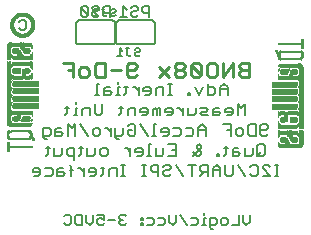
<source format=gbr>
G04 EAGLE Gerber RS-274X export*
G75*
%MOMM*%
%FSLAX34Y34*%
%LPD*%
%INSilkscreen Bottom*%
%IPPOS*%
%AMOC8*
5,1,8,0,0,1.08239X$1,22.5*%
G01*
%ADD10C,0.228600*%
%ADD11C,0.127000*%
%ADD12C,0.177800*%
%ADD13C,0.304800*%
%ADD14C,0.203200*%
%ADD15R,0.022863X0.462278*%
%ADD16R,0.022863X0.462281*%
%ADD17R,0.022863X0.436881*%
%ADD18R,0.023113X0.462278*%
%ADD19R,0.023113X0.462281*%
%ADD20R,0.023113X0.436881*%
%ADD21R,0.023116X0.462278*%
%ADD22R,0.023116X0.462281*%
%ADD23R,0.023116X0.436881*%
%ADD24R,0.023113X0.022863*%
%ADD25R,0.023116X0.091441*%
%ADD26R,0.023113X0.139700*%
%ADD27R,0.023116X0.185419*%
%ADD28R,0.023113X0.254000*%
%ADD29R,0.023113X0.299719*%
%ADD30R,0.023116X0.345438*%
%ADD31R,0.023113X0.391159*%
%ADD32R,0.023116X0.393700*%
%ADD33R,0.022863X0.325119*%
%ADD34R,0.022863X0.599438*%
%ADD35R,0.022863X0.622300*%
%ADD36R,0.022863X0.530859*%
%ADD37R,0.022863X0.439422*%
%ADD38R,0.022863X0.231138*%
%ADD39R,0.022863X0.071119*%
%ADD40R,0.022863X0.533400*%
%ADD41R,0.022863X0.208281*%
%ADD42R,0.023113X0.345441*%
%ADD43R,0.023113X0.576578*%
%ADD44R,0.023113X0.599438*%
%ADD45R,0.023113X0.508000*%
%ADD46R,0.023113X0.416563*%
%ADD47R,0.023113X0.208278*%
%ADD48R,0.023113X0.553722*%
%ADD49R,0.023113X0.208281*%
%ADD50R,0.023116X0.345441*%
%ADD51R,0.023116X0.530859*%
%ADD52R,0.023116X0.370841*%
%ADD53R,0.023116X0.162559*%
%ADD54R,0.023116X0.576581*%
%ADD55R,0.023116X0.208281*%
%ADD56R,0.023113X0.322578*%
%ADD57R,0.023113X0.485137*%
%ADD58R,0.023113X0.416559*%
%ADD59R,0.023113X0.347981*%
%ADD60R,0.023113X0.116838*%
%ADD61R,0.023113X0.647700*%
%ADD62R,0.023116X0.322581*%
%ADD63R,0.023116X0.485137*%
%ADD64R,0.023116X0.093978*%
%ADD65R,0.023116X0.231141*%
%ADD66R,0.023116X0.693419*%
%ADD67R,0.023113X0.322581*%
%ADD68R,0.023113X0.439419*%
%ADD69R,0.023113X0.370841*%
%ADD70R,0.023113X0.299722*%
%ADD71R,0.023113X0.045719*%
%ADD72R,0.023113X0.739138*%
%ADD73R,0.023113X0.414019*%
%ADD74R,0.023113X0.347978*%
%ADD75R,0.023113X0.762000*%
%ADD76R,0.023116X0.414019*%
%ADD77R,0.023116X0.182881*%
%ADD78R,0.023116X0.347978*%
%ADD79R,0.023116X0.276863*%
%ADD80R,0.023116X0.116841*%
%ADD81R,0.023116X0.276859*%
%ADD82R,0.023116X0.784863*%
%ADD83R,0.023113X0.325119*%
%ADD84R,0.023113X0.276863*%
%ADD85R,0.023113X0.276859*%
%ADD86R,0.023116X0.325119*%
%ADD87R,0.023116X0.391159*%
%ADD88R,0.023116X0.302259*%
%ADD89R,0.023116X0.254000*%
%ADD90R,0.023113X0.302259*%
%ADD91R,0.023113X0.393700*%
%ADD92R,0.023113X0.231141*%
%ADD93R,0.022863X0.302259*%
%ADD94R,0.022863X0.439419*%
%ADD95R,0.022863X0.368300*%
%ADD96R,0.022863X0.391159*%
%ADD97R,0.022863X0.416559*%
%ADD98R,0.022863X0.276863*%
%ADD99R,0.022863X0.205741*%
%ADD100R,0.023113X0.368300*%
%ADD101R,0.023113X0.205741*%
%ADD102R,0.023116X0.368300*%
%ADD103R,0.023116X0.205741*%
%ADD104R,0.023113X0.182881*%
%ADD105R,0.022863X0.276859*%
%ADD106R,0.022863X0.182881*%
%ADD107R,0.023113X0.924559*%
%ADD108R,0.023116X0.924559*%
%ADD109R,0.023113X0.901700*%
%ADD110R,0.023116X0.901700*%
%ADD111R,0.023113X0.878841*%
%ADD112R,0.023116X0.855981*%
%ADD113R,0.023113X0.833119*%
%ADD114R,0.022863X0.787400*%
%ADD115R,0.022863X0.414019*%
%ADD116R,0.022863X0.924559*%
%ADD117R,0.023113X0.739141*%
%ADD118R,0.023116X0.716281*%
%ADD119R,0.023116X0.299722*%
%ADD120R,0.023113X0.670559*%
%ADD121R,0.023116X0.647700*%
%ADD122R,0.023116X0.508000*%
%ADD123R,0.023116X0.299719*%
%ADD124R,0.023113X0.601981*%
%ADD125R,0.023113X0.530859*%
%ADD126R,0.023113X0.231138*%
%ADD127R,0.023113X0.556259*%
%ADD128R,0.023113X0.185419*%
%ADD129R,0.023116X0.533400*%
%ADD130R,0.023116X0.599438*%
%ADD131R,0.023116X0.416563*%
%ADD132R,0.023116X0.116838*%
%ADD133R,0.023113X0.485141*%
%ADD134R,0.023113X0.645159*%
%ADD135R,0.023113X0.716278*%
%ADD136R,0.022863X0.393700*%
%ADD137R,0.022863X0.762000*%
%ADD138R,0.022863X0.624841*%
%ADD139R,0.023113X0.784859*%
%ADD140R,0.023113X0.693422*%
%ADD141R,0.023116X0.830578*%
%ADD142R,0.023116X0.739141*%
%ADD143R,0.023113X0.876300*%
%ADD144R,0.023113X0.807722*%
%ADD145R,0.023116X0.899159*%
%ADD146R,0.023116X0.878841*%
%ADD147R,0.023113X0.922019*%
%ADD148R,0.023113X0.947419*%
%ADD149R,0.023116X0.970278*%
%ADD150R,0.023113X0.970278*%
%ADD151R,0.023116X0.439419*%
%ADD152R,0.022863X0.299722*%
%ADD153R,0.023116X0.416559*%
%ADD154R,0.023116X0.347981*%
%ADD155R,0.023113X0.137159*%
%ADD156R,0.023113X0.093978*%
%ADD157R,0.023113X0.091441*%
%ADD158R,0.023113X0.093981*%
%ADD159R,0.023113X0.114300*%
%ADD160R,0.023116X0.045719*%
%ADD161R,0.023116X0.045722*%
%ADD162R,0.023113X0.071119*%
%ADD163R,0.023113X0.116841*%
%ADD164R,0.023116X0.139700*%
%ADD165R,0.022863X0.322581*%
%ADD166R,0.022863X0.345441*%
%ADD167R,0.022863X0.162559*%
%ADD168R,0.022863X0.576581*%
%ADD169R,0.023113X0.668019*%
%ADD170R,0.023113X0.533400*%
%ADD171R,0.023116X1.455419*%
%ADD172R,0.023116X5.519419*%
%ADD173R,0.023113X1.455419*%
%ADD174R,0.023113X5.519419*%
%ADD175R,0.023116X5.494019*%
%ADD176R,0.023113X1.430019*%
%ADD177R,0.023113X5.494019*%
%ADD178R,0.023116X1.430019*%
%ADD179R,0.023116X5.471159*%
%ADD180R,0.023116X0.762000*%
%ADD181R,0.023113X1.407159*%
%ADD182R,0.023113X5.471159*%
%ADD183R,0.022863X1.384300*%
%ADD184R,0.022863X5.448300*%
%ADD185R,0.022863X0.716278*%
%ADD186R,0.022863X0.878841*%
%ADD187R,0.023113X1.361438*%
%ADD188R,0.023113X5.425438*%
%ADD189R,0.023116X1.338578*%
%ADD190R,0.023116X5.402578*%
%ADD191R,0.023116X0.624841*%
%ADD192R,0.023113X1.292859*%
%ADD193R,0.023113X5.356859*%
%ADD194R,0.023116X1.224278*%
%ADD195R,0.023116X5.288278*%
%ADD196C,0.152400*%


D10*
X205977Y129667D02*
X205977Y142124D01*
X199749Y142124D01*
X197673Y140048D01*
X197673Y137971D01*
X199749Y135895D01*
X197673Y133819D01*
X197673Y131743D01*
X199749Y129667D01*
X205977Y129667D01*
X205977Y135895D02*
X199749Y135895D01*
X192412Y129667D02*
X192412Y142124D01*
X184108Y129667D01*
X184108Y142124D01*
X176771Y142124D02*
X172619Y142124D01*
X176771Y142124D02*
X178847Y140048D01*
X178847Y131743D01*
X176771Y129667D01*
X172619Y129667D01*
X170543Y131743D01*
X170543Y140048D01*
X172619Y142124D01*
X165282Y140048D02*
X165282Y131743D01*
X165282Y140048D02*
X163206Y142124D01*
X159054Y142124D01*
X156978Y140048D01*
X156978Y131743D01*
X159054Y129667D01*
X163206Y129667D01*
X165282Y131743D01*
X156978Y140048D01*
X151717Y140048D02*
X149641Y142124D01*
X145489Y142124D01*
X143413Y140048D01*
X143413Y137971D01*
X145489Y135895D01*
X143413Y133819D01*
X143413Y131743D01*
X145489Y129667D01*
X149641Y129667D01*
X151717Y131743D01*
X151717Y133819D01*
X149641Y135895D01*
X151717Y137971D01*
X151717Y140048D01*
X149641Y135895D02*
X145489Y135895D01*
X138152Y137971D02*
X129848Y129667D01*
X138152Y129667D02*
X129848Y137971D01*
X111022Y131743D02*
X108946Y129667D01*
X104794Y129667D01*
X102718Y131743D01*
X102718Y140048D01*
X104794Y142124D01*
X108946Y142124D01*
X111022Y140048D01*
X111022Y137971D01*
X108946Y135895D01*
X102718Y135895D01*
X97457Y135895D02*
X89153Y135895D01*
X83892Y129667D02*
X83892Y142124D01*
X83892Y129667D02*
X77664Y129667D01*
X75588Y131743D01*
X75588Y140048D01*
X77664Y142124D01*
X83892Y142124D01*
X68251Y129667D02*
X64099Y129667D01*
X62022Y131743D01*
X62022Y135895D01*
X64099Y137971D01*
X68251Y137971D01*
X70327Y135895D01*
X70327Y131743D01*
X68251Y129667D01*
X56762Y129667D02*
X56762Y142124D01*
X48457Y142124D01*
X52610Y135895D02*
X56762Y135895D01*
D11*
X206664Y13343D02*
X206664Y7411D01*
X203698Y4445D01*
X200732Y7411D01*
X200732Y13343D01*
X197309Y13343D02*
X197309Y4445D01*
X191377Y4445D01*
X186470Y4445D02*
X183505Y4445D01*
X182022Y5928D01*
X182022Y8894D01*
X183505Y10377D01*
X186470Y10377D01*
X187953Y8894D01*
X187953Y5928D01*
X186470Y4445D01*
X175632Y1479D02*
X174149Y1479D01*
X172666Y2962D01*
X172666Y10377D01*
X177115Y10377D01*
X178598Y8894D01*
X178598Y5928D01*
X177115Y4445D01*
X172666Y4445D01*
X169243Y10377D02*
X167760Y10377D01*
X167760Y4445D01*
X169243Y4445D02*
X166277Y4445D01*
X167760Y13343D02*
X167760Y14826D01*
X161523Y10377D02*
X157075Y10377D01*
X161523Y10377D02*
X163006Y8894D01*
X163006Y5928D01*
X161523Y4445D01*
X157075Y4445D01*
X153651Y4445D02*
X147719Y13343D01*
X144296Y13343D02*
X144296Y7411D01*
X141330Y4445D01*
X138364Y7411D01*
X138364Y13343D01*
X133458Y10377D02*
X129009Y10377D01*
X133458Y10377D02*
X134941Y8894D01*
X134941Y5928D01*
X133458Y4445D01*
X129009Y4445D01*
X124103Y10377D02*
X119654Y10377D01*
X124103Y10377D02*
X125585Y8894D01*
X125585Y5928D01*
X124103Y4445D01*
X119654Y4445D01*
X116230Y10377D02*
X114747Y10377D01*
X114747Y8894D01*
X116230Y8894D01*
X116230Y10377D01*
X116230Y5928D02*
X114747Y5928D01*
X114747Y4445D01*
X116230Y4445D01*
X116230Y5928D01*
X102198Y11860D02*
X100715Y13343D01*
X97749Y13343D01*
X96266Y11860D01*
X96266Y10377D01*
X97749Y8894D01*
X99232Y8894D01*
X97749Y8894D02*
X96266Y7411D01*
X96266Y5928D01*
X97749Y4445D01*
X100715Y4445D01*
X102198Y5928D01*
X92842Y8894D02*
X86911Y8894D01*
X83487Y13343D02*
X77555Y13343D01*
X83487Y13343D02*
X83487Y8894D01*
X80521Y10377D01*
X79038Y10377D01*
X77555Y8894D01*
X77555Y5928D01*
X79038Y4445D01*
X82004Y4445D01*
X83487Y5928D01*
X74132Y7411D02*
X74132Y13343D01*
X74132Y7411D02*
X71166Y4445D01*
X68200Y7411D01*
X68200Y13343D01*
X64777Y13343D02*
X64777Y4445D01*
X60328Y4445D01*
X58845Y5928D01*
X58845Y11860D01*
X60328Y13343D01*
X64777Y13343D01*
X50973Y13343D02*
X49490Y11860D01*
X50973Y13343D02*
X53939Y13343D01*
X55422Y11860D01*
X55422Y5928D01*
X53939Y4445D01*
X50973Y4445D01*
X49490Y5928D01*
X121348Y180975D02*
X121348Y189873D01*
X116899Y189873D01*
X115416Y188390D01*
X115416Y185424D01*
X116899Y183941D01*
X121348Y183941D01*
X107544Y189873D02*
X106061Y188390D01*
X107544Y189873D02*
X110510Y189873D01*
X111993Y188390D01*
X111993Y186907D01*
X110510Y185424D01*
X107544Y185424D01*
X106061Y183941D01*
X106061Y182458D01*
X107544Y180975D01*
X110510Y180975D01*
X111993Y182458D01*
X102637Y186907D02*
X99672Y189873D01*
X99672Y180975D01*
X102637Y180975D02*
X96706Y180975D01*
X88328Y180975D02*
X88328Y189873D01*
X83879Y189873D01*
X82396Y188390D01*
X82396Y185424D01*
X83879Y183941D01*
X88328Y183941D01*
X74524Y189873D02*
X73041Y188390D01*
X74524Y189873D02*
X77490Y189873D01*
X78973Y188390D01*
X78973Y186907D01*
X77490Y185424D01*
X74524Y185424D01*
X73041Y183941D01*
X73041Y182458D01*
X74524Y180975D01*
X77490Y180975D01*
X78973Y182458D01*
X69617Y182458D02*
X69617Y188390D01*
X68135Y189873D01*
X65169Y189873D01*
X63686Y188390D01*
X63686Y182458D01*
X65169Y180975D01*
X68135Y180975D01*
X69617Y182458D01*
X63686Y188390D01*
D12*
X187989Y120994D02*
X187989Y114554D01*
X187989Y120994D02*
X184769Y124214D01*
X181548Y120994D01*
X181548Y114554D01*
X181548Y119384D02*
X187989Y119384D01*
X171024Y124214D02*
X171024Y114554D01*
X175854Y114554D01*
X177464Y116164D01*
X177464Y119384D01*
X175854Y120994D01*
X171024Y120994D01*
X166939Y120994D02*
X163719Y114554D01*
X160499Y120994D01*
X156415Y116164D02*
X156415Y114554D01*
X156415Y116164D02*
X154805Y116164D01*
X154805Y114554D01*
X156415Y114554D01*
X140628Y114554D02*
X137408Y114554D01*
X139018Y114554D02*
X139018Y124214D01*
X140628Y124214D02*
X137408Y124214D01*
X133612Y120994D02*
X133612Y114554D01*
X133612Y120994D02*
X128781Y120994D01*
X127171Y119384D01*
X127171Y114554D01*
X121477Y114554D02*
X118257Y114554D01*
X121477Y114554D02*
X123087Y116164D01*
X123087Y119384D01*
X121477Y120994D01*
X118257Y120994D01*
X116647Y119384D01*
X116647Y117774D01*
X123087Y117774D01*
X112562Y114554D02*
X112562Y120994D01*
X112562Y117774D02*
X109342Y120994D01*
X107732Y120994D01*
X102182Y122604D02*
X102182Y116164D01*
X100572Y114554D01*
X100572Y120994D02*
X103792Y120994D01*
X96776Y120994D02*
X95165Y120994D01*
X95165Y114554D01*
X93555Y114554D02*
X96776Y114554D01*
X95165Y124214D02*
X95165Y125824D01*
X88149Y120994D02*
X84929Y120994D01*
X83319Y119384D01*
X83319Y114554D01*
X88149Y114554D01*
X89759Y116164D01*
X88149Y117774D01*
X83319Y117774D01*
X79235Y124214D02*
X77625Y124214D01*
X77625Y114554D01*
X79235Y114554D02*
X76014Y114554D01*
X202898Y107069D02*
X202898Y97409D01*
X199678Y103849D02*
X202898Y107069D01*
X199678Y103849D02*
X196458Y107069D01*
X196458Y97409D01*
X190764Y97409D02*
X187544Y97409D01*
X190764Y97409D02*
X192374Y99019D01*
X192374Y102239D01*
X190764Y103849D01*
X187544Y103849D01*
X185934Y102239D01*
X185934Y100629D01*
X192374Y100629D01*
X180239Y103849D02*
X177019Y103849D01*
X175409Y102239D01*
X175409Y97409D01*
X180239Y97409D01*
X181849Y99019D01*
X180239Y100629D01*
X175409Y100629D01*
X171325Y97409D02*
X166495Y97409D01*
X164884Y99019D01*
X166495Y100629D01*
X169715Y100629D01*
X171325Y102239D01*
X169715Y103849D01*
X164884Y103849D01*
X160800Y103849D02*
X160800Y99019D01*
X159190Y97409D01*
X154360Y97409D01*
X154360Y103849D01*
X150275Y103849D02*
X150275Y97409D01*
X150275Y100629D02*
X147055Y103849D01*
X145445Y103849D01*
X139895Y97409D02*
X136675Y97409D01*
X139895Y97409D02*
X141505Y99019D01*
X141505Y102239D01*
X139895Y103849D01*
X136675Y103849D01*
X135065Y102239D01*
X135065Y100629D01*
X141505Y100629D01*
X130980Y97409D02*
X130980Y103849D01*
X129370Y103849D01*
X127760Y102239D01*
X127760Y97409D01*
X127760Y102239D02*
X126150Y103849D01*
X124540Y102239D01*
X124540Y97409D01*
X118846Y97409D02*
X115626Y97409D01*
X118846Y97409D02*
X120456Y99019D01*
X120456Y102239D01*
X118846Y103849D01*
X115626Y103849D01*
X114016Y102239D01*
X114016Y100629D01*
X120456Y100629D01*
X109931Y97409D02*
X109931Y103849D01*
X105101Y103849D01*
X103491Y102239D01*
X103491Y97409D01*
X97797Y99019D02*
X97797Y105459D01*
X97797Y99019D02*
X96187Y97409D01*
X96187Y103849D02*
X99407Y103849D01*
X81866Y107069D02*
X81866Y99019D01*
X80256Y97409D01*
X77036Y97409D01*
X75425Y99019D01*
X75425Y107069D01*
X71341Y103849D02*
X71341Y97409D01*
X71341Y103849D02*
X66511Y103849D01*
X64901Y102239D01*
X64901Y97409D01*
X60816Y103849D02*
X59206Y103849D01*
X59206Y97409D01*
X60816Y97409D02*
X57596Y97409D01*
X59206Y107069D02*
X59206Y108679D01*
X52190Y105459D02*
X52190Y99019D01*
X50580Y97409D01*
X50580Y103849D02*
X53800Y103849D01*
X220583Y80264D02*
X222194Y81874D01*
X220583Y80264D02*
X217363Y80264D01*
X215753Y81874D01*
X215753Y88314D01*
X217363Y89924D01*
X220583Y89924D01*
X222194Y88314D01*
X222194Y86704D01*
X220583Y85094D01*
X215753Y85094D01*
X211669Y89924D02*
X211669Y80264D01*
X206839Y80264D01*
X205229Y81874D01*
X205229Y88314D01*
X206839Y89924D01*
X211669Y89924D01*
X199534Y80264D02*
X196314Y80264D01*
X194704Y81874D01*
X194704Y85094D01*
X196314Y86704D01*
X199534Y86704D01*
X201144Y85094D01*
X201144Y81874D01*
X199534Y80264D01*
X190620Y80264D02*
X190620Y89924D01*
X184180Y89924D01*
X187400Y85094D02*
X190620Y85094D01*
X169571Y86704D02*
X169571Y80264D01*
X169571Y86704D02*
X166350Y89924D01*
X163130Y86704D01*
X163130Y80264D01*
X163130Y85094D02*
X169571Y85094D01*
X157436Y86704D02*
X152606Y86704D01*
X157436Y86704D02*
X159046Y85094D01*
X159046Y81874D01*
X157436Y80264D01*
X152606Y80264D01*
X146911Y86704D02*
X142081Y86704D01*
X146911Y86704D02*
X148521Y85094D01*
X148521Y81874D01*
X146911Y80264D01*
X142081Y80264D01*
X136387Y80264D02*
X133167Y80264D01*
X136387Y80264D02*
X137997Y81874D01*
X137997Y85094D01*
X136387Y86704D01*
X133167Y86704D01*
X131557Y85094D01*
X131557Y83484D01*
X137997Y83484D01*
X127472Y89924D02*
X125862Y89924D01*
X125862Y80264D01*
X127472Y80264D02*
X124252Y80264D01*
X120456Y80264D02*
X114016Y89924D01*
X105101Y89924D02*
X103491Y88314D01*
X105101Y89924D02*
X108321Y89924D01*
X109931Y88314D01*
X109931Y81874D01*
X108321Y80264D01*
X105101Y80264D01*
X103491Y81874D01*
X103491Y85094D01*
X106711Y85094D01*
X99407Y86704D02*
X99407Y81874D01*
X97797Y80264D01*
X92966Y80264D01*
X92966Y78654D02*
X92966Y86704D01*
X92966Y78654D02*
X94576Y77044D01*
X96187Y77044D01*
X88882Y80264D02*
X88882Y86704D01*
X88882Y83484D02*
X85662Y86704D01*
X84052Y86704D01*
X78502Y80264D02*
X75281Y80264D01*
X73671Y81874D01*
X73671Y85094D01*
X75281Y86704D01*
X78502Y86704D01*
X80112Y85094D01*
X80112Y81874D01*
X78502Y80264D01*
X69587Y80264D02*
X63147Y89924D01*
X59062Y89924D02*
X59062Y80264D01*
X55842Y86704D02*
X59062Y89924D01*
X55842Y86704D02*
X52622Y89924D01*
X52622Y80264D01*
X46928Y86704D02*
X43708Y86704D01*
X42098Y85094D01*
X42098Y80264D01*
X46928Y80264D01*
X48538Y81874D01*
X46928Y83484D01*
X42098Y83484D01*
X34793Y77044D02*
X33183Y77044D01*
X31573Y78654D01*
X31573Y86704D01*
X36403Y86704D01*
X38013Y85094D01*
X38013Y81874D01*
X36403Y80264D01*
X31573Y80264D01*
X219562Y71169D02*
X219562Y64729D01*
X219562Y71169D02*
X217952Y72779D01*
X214732Y72779D01*
X213122Y71169D01*
X213122Y64729D01*
X214732Y63119D01*
X217952Y63119D01*
X219562Y64729D01*
X216342Y66339D02*
X213122Y63119D01*
X209038Y64729D02*
X209038Y69559D01*
X209038Y64729D02*
X207428Y63119D01*
X202598Y63119D01*
X202598Y69559D01*
X196903Y69559D02*
X193683Y69559D01*
X192073Y67949D01*
X192073Y63119D01*
X196903Y63119D01*
X198513Y64729D01*
X196903Y66339D01*
X192073Y66339D01*
X186379Y64729D02*
X186379Y71169D01*
X186379Y64729D02*
X184769Y63119D01*
X184769Y69559D02*
X187989Y69559D01*
X180972Y64729D02*
X180972Y63119D01*
X180972Y64729D02*
X179362Y64729D01*
X179362Y63119D01*
X180972Y63119D01*
X161965Y63119D02*
X158745Y66339D01*
X161965Y63119D02*
X163575Y63119D01*
X165185Y64729D01*
X165185Y66339D01*
X161965Y69559D01*
X161965Y71169D01*
X163575Y72779D01*
X165185Y71169D01*
X165185Y69559D01*
X158745Y63119D01*
X144136Y72779D02*
X137696Y72779D01*
X144136Y72779D02*
X144136Y63119D01*
X137696Y63119D01*
X140916Y67949D02*
X144136Y67949D01*
X133612Y69559D02*
X133612Y64729D01*
X132002Y63119D01*
X127171Y63119D01*
X127171Y69559D01*
X123087Y72779D02*
X121477Y72779D01*
X121477Y63119D01*
X123087Y63119D02*
X119867Y63119D01*
X114461Y63119D02*
X111240Y63119D01*
X114461Y63119D02*
X116071Y64729D01*
X116071Y67949D01*
X114461Y69559D01*
X111240Y69559D01*
X109630Y67949D01*
X109630Y66339D01*
X116071Y66339D01*
X105546Y63119D02*
X105546Y69559D01*
X105546Y66339D02*
X102326Y69559D01*
X100716Y69559D01*
X84641Y63119D02*
X81421Y63119D01*
X79811Y64729D01*
X79811Y67949D01*
X81421Y69559D01*
X84641Y69559D01*
X86251Y67949D01*
X86251Y64729D01*
X84641Y63119D01*
X75726Y64729D02*
X75726Y69559D01*
X75726Y64729D02*
X74116Y63119D01*
X69286Y63119D01*
X69286Y69559D01*
X63592Y71169D02*
X63592Y64729D01*
X61982Y63119D01*
X61982Y69559D02*
X65202Y69559D01*
X58185Y69559D02*
X58185Y59899D01*
X58185Y69559D02*
X53355Y69559D01*
X51745Y67949D01*
X51745Y64729D01*
X53355Y63119D01*
X58185Y63119D01*
X47661Y64729D02*
X47661Y69559D01*
X47661Y64729D02*
X46051Y63119D01*
X41221Y63119D01*
X41221Y69559D01*
X35526Y71169D02*
X35526Y64729D01*
X33916Y63119D01*
X33916Y69559D02*
X37136Y69559D01*
X227744Y45974D02*
X230964Y45974D01*
X229354Y45974D02*
X229354Y55634D01*
X230964Y55634D02*
X227744Y55634D01*
X223948Y45974D02*
X217507Y45974D01*
X217507Y52414D02*
X223948Y45974D01*
X217507Y52414D02*
X217507Y54024D01*
X219118Y55634D01*
X222338Y55634D01*
X223948Y54024D01*
X208593Y55634D02*
X206983Y54024D01*
X208593Y55634D02*
X211813Y55634D01*
X213423Y54024D01*
X213423Y47584D01*
X211813Y45974D01*
X208593Y45974D01*
X206983Y47584D01*
X202898Y45974D02*
X196458Y55634D01*
X192374Y55634D02*
X192374Y47584D01*
X190764Y45974D01*
X187544Y45974D01*
X185934Y47584D01*
X185934Y55634D01*
X181849Y52414D02*
X181849Y45974D01*
X181849Y52414D02*
X178629Y55634D01*
X175409Y52414D01*
X175409Y45974D01*
X175409Y50804D02*
X181849Y50804D01*
X171325Y45974D02*
X171325Y55634D01*
X166495Y55634D01*
X164885Y54024D01*
X164885Y50804D01*
X166495Y49194D01*
X171325Y49194D01*
X168105Y49194D02*
X164885Y45974D01*
X157580Y45974D02*
X157580Y55634D01*
X160800Y55634D02*
X154360Y55634D01*
X150275Y45974D02*
X143835Y55634D01*
X134921Y55634D02*
X133311Y54024D01*
X134921Y55634D02*
X138141Y55634D01*
X139751Y54024D01*
X139751Y52414D01*
X138141Y50804D01*
X134921Y50804D01*
X133311Y49194D01*
X133311Y47584D01*
X134921Y45974D01*
X138141Y45974D01*
X139751Y47584D01*
X129226Y45974D02*
X129226Y55634D01*
X124396Y55634D01*
X122786Y54024D01*
X122786Y50804D01*
X124396Y49194D01*
X129226Y49194D01*
X118702Y45974D02*
X115482Y45974D01*
X117092Y45974D02*
X117092Y55634D01*
X118702Y55634D02*
X115482Y55634D01*
X101161Y45974D02*
X97941Y45974D01*
X99551Y45974D02*
X99551Y55634D01*
X101161Y55634D02*
X97941Y55634D01*
X94144Y52414D02*
X94144Y45974D01*
X94144Y52414D02*
X89314Y52414D01*
X87704Y50804D01*
X87704Y45974D01*
X82010Y47584D02*
X82010Y54024D01*
X82010Y47584D02*
X80400Y45974D01*
X80400Y52414D02*
X83620Y52414D01*
X74993Y45974D02*
X71773Y45974D01*
X74993Y45974D02*
X76603Y47584D01*
X76603Y50804D01*
X74993Y52414D01*
X71773Y52414D01*
X70163Y50804D01*
X70163Y49194D01*
X76603Y49194D01*
X66079Y45974D02*
X66079Y52414D01*
X66079Y49194D02*
X62859Y52414D01*
X61249Y52414D01*
X55698Y54024D02*
X55698Y45974D01*
X55698Y54024D02*
X54088Y55634D01*
X54088Y50804D02*
X57308Y50804D01*
X48682Y52414D02*
X45462Y52414D01*
X43852Y50804D01*
X43852Y45974D01*
X48682Y45974D01*
X50292Y47584D01*
X48682Y49194D01*
X43852Y49194D01*
X38157Y52414D02*
X33327Y52414D01*
X38157Y52414D02*
X39767Y50804D01*
X39767Y47584D01*
X38157Y45974D01*
X33327Y45974D01*
X27633Y45974D02*
X24413Y45974D01*
X27633Y45974D02*
X29243Y47584D01*
X29243Y50804D01*
X27633Y52414D01*
X24413Y52414D01*
X22803Y50804D01*
X22803Y49194D01*
X29243Y49194D01*
D13*
X5498Y173736D02*
X5501Y173956D01*
X5509Y174177D01*
X5522Y174397D01*
X5541Y174616D01*
X5566Y174835D01*
X5595Y175054D01*
X5630Y175271D01*
X5671Y175488D01*
X5716Y175704D01*
X5767Y175918D01*
X5823Y176131D01*
X5885Y176343D01*
X5951Y176553D01*
X6023Y176761D01*
X6100Y176968D01*
X6182Y177172D01*
X6268Y177375D01*
X6360Y177575D01*
X6457Y177774D01*
X6558Y177969D01*
X6665Y178162D01*
X6776Y178353D01*
X6891Y178540D01*
X7011Y178725D01*
X7136Y178907D01*
X7265Y179085D01*
X7399Y179261D01*
X7536Y179433D01*
X7678Y179601D01*
X7824Y179767D01*
X7974Y179928D01*
X8128Y180086D01*
X8286Y180240D01*
X8447Y180390D01*
X8613Y180536D01*
X8781Y180678D01*
X8953Y180815D01*
X9129Y180949D01*
X9307Y181078D01*
X9489Y181203D01*
X9674Y181323D01*
X9861Y181438D01*
X10052Y181549D01*
X10245Y181656D01*
X10440Y181757D01*
X10639Y181854D01*
X10839Y181946D01*
X11042Y182032D01*
X11246Y182114D01*
X11453Y182191D01*
X11661Y182263D01*
X11871Y182329D01*
X12083Y182391D01*
X12296Y182447D01*
X12510Y182498D01*
X12726Y182543D01*
X12943Y182584D01*
X13160Y182619D01*
X13379Y182648D01*
X13598Y182673D01*
X13817Y182692D01*
X14037Y182705D01*
X14258Y182713D01*
X14478Y182716D01*
X14698Y182713D01*
X14919Y182705D01*
X15139Y182692D01*
X15358Y182673D01*
X15577Y182648D01*
X15796Y182619D01*
X16013Y182584D01*
X16230Y182543D01*
X16446Y182498D01*
X16660Y182447D01*
X16873Y182391D01*
X17085Y182329D01*
X17295Y182263D01*
X17503Y182191D01*
X17710Y182114D01*
X17914Y182032D01*
X18117Y181946D01*
X18317Y181854D01*
X18516Y181757D01*
X18711Y181656D01*
X18904Y181549D01*
X19095Y181438D01*
X19282Y181323D01*
X19467Y181203D01*
X19649Y181078D01*
X19827Y180949D01*
X20003Y180815D01*
X20175Y180678D01*
X20343Y180536D01*
X20509Y180390D01*
X20670Y180240D01*
X20828Y180086D01*
X20982Y179928D01*
X21132Y179767D01*
X21278Y179601D01*
X21420Y179433D01*
X21557Y179261D01*
X21691Y179085D01*
X21820Y178907D01*
X21945Y178725D01*
X22065Y178540D01*
X22180Y178353D01*
X22291Y178162D01*
X22398Y177969D01*
X22499Y177774D01*
X22596Y177575D01*
X22688Y177375D01*
X22774Y177172D01*
X22856Y176968D01*
X22933Y176761D01*
X23005Y176553D01*
X23071Y176343D01*
X23133Y176131D01*
X23189Y175918D01*
X23240Y175704D01*
X23285Y175488D01*
X23326Y175271D01*
X23361Y175054D01*
X23390Y174835D01*
X23415Y174616D01*
X23434Y174397D01*
X23447Y174177D01*
X23455Y173956D01*
X23458Y173736D01*
X23455Y173516D01*
X23447Y173295D01*
X23434Y173075D01*
X23415Y172856D01*
X23390Y172637D01*
X23361Y172418D01*
X23326Y172201D01*
X23285Y171984D01*
X23240Y171768D01*
X23189Y171554D01*
X23133Y171341D01*
X23071Y171129D01*
X23005Y170919D01*
X22933Y170711D01*
X22856Y170504D01*
X22774Y170300D01*
X22688Y170097D01*
X22596Y169897D01*
X22499Y169698D01*
X22398Y169503D01*
X22291Y169310D01*
X22180Y169119D01*
X22065Y168932D01*
X21945Y168747D01*
X21820Y168565D01*
X21691Y168387D01*
X21557Y168211D01*
X21420Y168039D01*
X21278Y167871D01*
X21132Y167705D01*
X20982Y167544D01*
X20828Y167386D01*
X20670Y167232D01*
X20509Y167082D01*
X20343Y166936D01*
X20175Y166794D01*
X20003Y166657D01*
X19827Y166523D01*
X19649Y166394D01*
X19467Y166269D01*
X19282Y166149D01*
X19095Y166034D01*
X18904Y165923D01*
X18711Y165816D01*
X18516Y165715D01*
X18317Y165618D01*
X18117Y165526D01*
X17914Y165440D01*
X17710Y165358D01*
X17503Y165281D01*
X17295Y165209D01*
X17085Y165143D01*
X16873Y165081D01*
X16660Y165025D01*
X16446Y164974D01*
X16230Y164929D01*
X16013Y164888D01*
X15796Y164853D01*
X15577Y164824D01*
X15358Y164799D01*
X15139Y164780D01*
X14919Y164767D01*
X14698Y164759D01*
X14478Y164756D01*
X14258Y164759D01*
X14037Y164767D01*
X13817Y164780D01*
X13598Y164799D01*
X13379Y164824D01*
X13160Y164853D01*
X12943Y164888D01*
X12726Y164929D01*
X12510Y164974D01*
X12296Y165025D01*
X12083Y165081D01*
X11871Y165143D01*
X11661Y165209D01*
X11453Y165281D01*
X11246Y165358D01*
X11042Y165440D01*
X10839Y165526D01*
X10639Y165618D01*
X10440Y165715D01*
X10245Y165816D01*
X10052Y165923D01*
X9861Y166034D01*
X9674Y166149D01*
X9489Y166269D01*
X9307Y166394D01*
X9129Y166523D01*
X8953Y166657D01*
X8781Y166794D01*
X8613Y166936D01*
X8447Y167082D01*
X8286Y167232D01*
X8128Y167386D01*
X7974Y167544D01*
X7824Y167705D01*
X7678Y167871D01*
X7536Y168039D01*
X7399Y168211D01*
X7265Y168387D01*
X7136Y168565D01*
X7011Y168747D01*
X6891Y168932D01*
X6776Y169119D01*
X6665Y169310D01*
X6558Y169503D01*
X6457Y169698D01*
X6360Y169897D01*
X6268Y170097D01*
X6182Y170300D01*
X6100Y170504D01*
X6023Y170711D01*
X5951Y170919D01*
X5885Y171129D01*
X5823Y171341D01*
X5767Y171554D01*
X5716Y171768D01*
X5671Y171984D01*
X5630Y172201D01*
X5595Y172418D01*
X5566Y172637D01*
X5541Y172856D01*
X5522Y173075D01*
X5509Y173295D01*
X5501Y173516D01*
X5498Y173736D01*
D14*
X11595Y176451D02*
X12951Y177807D01*
X15662Y177807D01*
X17018Y176451D01*
X17018Y171028D01*
X15662Y169672D01*
X12951Y169672D01*
X11595Y171028D01*
D15*
X226060Y104597D03*
D16*
X226060Y110846D03*
X226060Y117069D03*
D17*
X226060Y123419D03*
D18*
X226290Y104597D03*
D19*
X226290Y110846D03*
X226290Y117069D03*
D20*
X226290Y123419D03*
D21*
X226521Y104597D03*
D22*
X226521Y110846D03*
X226521Y117069D03*
D23*
X226521Y123419D03*
D18*
X226752Y104597D03*
D19*
X226752Y110846D03*
X226752Y117069D03*
D20*
X226752Y123419D03*
D21*
X226983Y104597D03*
D22*
X226983Y110846D03*
X226983Y117069D03*
D23*
X226983Y123419D03*
D18*
X227214Y104597D03*
D19*
X227214Y110846D03*
X227214Y117069D03*
D20*
X227214Y123419D03*
D18*
X227446Y104597D03*
D19*
X227446Y110846D03*
X227446Y117069D03*
D20*
X227446Y123419D03*
D21*
X227677Y104597D03*
D22*
X227677Y110846D03*
X227677Y117069D03*
D23*
X227677Y123419D03*
D18*
X227908Y104597D03*
D19*
X227908Y110846D03*
X227908Y117069D03*
D20*
X227908Y123419D03*
D21*
X228139Y104597D03*
D22*
X228139Y110846D03*
X228139Y117069D03*
D23*
X228139Y123419D03*
D18*
X228370Y104597D03*
D19*
X228370Y110846D03*
X228370Y117069D03*
D20*
X228370Y123419D03*
D15*
X228600Y104597D03*
D16*
X228600Y110846D03*
X228600Y117069D03*
D17*
X228600Y123419D03*
D18*
X228830Y104597D03*
D19*
X228830Y110846D03*
X228830Y117069D03*
D20*
X228830Y123419D03*
D24*
X228830Y151829D03*
D21*
X229061Y104597D03*
D22*
X229061Y110846D03*
X229061Y117069D03*
D23*
X229061Y123419D03*
D25*
X229061Y151714D03*
D18*
X229292Y104597D03*
D19*
X229292Y110846D03*
X229292Y117069D03*
D20*
X229292Y123419D03*
D26*
X229292Y151473D03*
D21*
X229523Y104597D03*
D22*
X229523Y110846D03*
X229523Y117069D03*
D23*
X229523Y123419D03*
D27*
X229523Y151473D03*
D18*
X229754Y104597D03*
D19*
X229754Y110846D03*
X229754Y117069D03*
D20*
X229754Y123419D03*
D28*
X229754Y151359D03*
D18*
X229986Y104597D03*
D19*
X229986Y110846D03*
X229986Y117069D03*
D20*
X229986Y123419D03*
D29*
X229986Y151130D03*
D21*
X230217Y104597D03*
D22*
X230217Y110846D03*
X230217Y117069D03*
D23*
X230217Y123419D03*
D30*
X230217Y151130D03*
D31*
X230448Y150901D03*
D32*
X230679Y150432D03*
D18*
X230910Y149403D03*
D33*
X231140Y73431D03*
D34*
X231140Y81280D03*
D35*
X231140Y89014D03*
D36*
X231140Y98031D03*
D15*
X231140Y104597D03*
D16*
X231140Y110846D03*
X231140Y117069D03*
D17*
X231140Y123419D03*
D37*
X231140Y129654D03*
D38*
X231140Y135319D03*
D39*
X231140Y138430D03*
D40*
X231140Y148590D03*
D41*
X231140Y157836D03*
D42*
X231370Y73076D03*
D43*
X231370Y81394D03*
D44*
X231370Y88900D03*
D45*
X231370Y98146D03*
D18*
X231370Y104597D03*
D19*
X231370Y110846D03*
X231370Y117069D03*
D20*
X231370Y123419D03*
D46*
X231370Y129540D03*
D47*
X231370Y135433D03*
D26*
X231370Y138773D03*
D48*
X231370Y148006D03*
D49*
X231370Y157836D03*
D50*
X231601Y72619D03*
D51*
X231601Y81623D03*
X231601Y88557D03*
D21*
X231601Y98374D03*
X231601Y104597D03*
D22*
X231601Y110846D03*
X231601Y117069D03*
D23*
X231601Y123419D03*
D52*
X231601Y129311D03*
D53*
X231601Y135661D03*
D27*
X231601Y139002D03*
D54*
X231601Y147892D03*
D55*
X231601Y157836D03*
D56*
X231832Y72276D03*
D57*
X231832Y81852D03*
D45*
X231832Y88443D03*
D58*
X231832Y98603D03*
D18*
X231832Y104597D03*
D19*
X231832Y110846D03*
X231832Y117069D03*
D20*
X231832Y123419D03*
D59*
X231832Y129197D03*
D60*
X231832Y135890D03*
D47*
X231832Y139116D03*
D61*
X231832Y148019D03*
D49*
X231832Y157836D03*
D62*
X232063Y72047D03*
D21*
X232063Y81966D03*
D63*
X232063Y88329D03*
D32*
X232063Y98717D03*
D21*
X232063Y104597D03*
D22*
X232063Y110846D03*
X232063Y117069D03*
D23*
X232063Y123419D03*
D62*
X232063Y129070D03*
D64*
X232063Y136004D03*
D65*
X232063Y139230D03*
D66*
X232063Y148019D03*
D55*
X232063Y157836D03*
D67*
X232294Y71819D03*
D68*
X232294Y82080D03*
D18*
X232294Y88214D03*
D69*
X232294Y98831D03*
D18*
X232294Y104597D03*
D19*
X232294Y110846D03*
X232294Y117069D03*
D20*
X232294Y123419D03*
D70*
X232294Y128956D03*
D71*
X232294Y136246D03*
D28*
X232294Y139344D03*
D72*
X232294Y148019D03*
D49*
X232294Y157836D03*
D67*
X232526Y71590D03*
D73*
X232526Y82207D03*
D68*
X232526Y88100D03*
D74*
X232526Y98946D03*
D18*
X232526Y104597D03*
D19*
X232526Y110846D03*
X232526Y117069D03*
D20*
X232526Y123419D03*
D70*
X232526Y128956D03*
D28*
X232526Y139344D03*
D75*
X232526Y147904D03*
D49*
X232526Y157836D03*
D62*
X232757Y71590D03*
D65*
X232757Y76670D03*
D76*
X232757Y82207D03*
X232757Y87973D03*
D77*
X232757Y93751D03*
D78*
X232757Y98946D03*
D21*
X232757Y104597D03*
D22*
X232757Y110846D03*
X232757Y117069D03*
D23*
X232757Y123419D03*
D79*
X232757Y128842D03*
D80*
X232757Y133579D03*
D81*
X232757Y139459D03*
D82*
X232757Y148019D03*
D55*
X232757Y157836D03*
D83*
X232988Y71349D03*
D67*
X232988Y76670D03*
D31*
X232988Y82321D03*
D73*
X232988Y87973D03*
D83*
X232988Y93751D03*
X232988Y99060D03*
D18*
X232988Y104597D03*
D19*
X232988Y110846D03*
X232988Y117069D03*
D20*
X232988Y123419D03*
D84*
X232988Y128842D03*
D85*
X232988Y133693D03*
X232988Y139459D03*
D84*
X232988Y145479D03*
D85*
X232988Y150787D03*
D49*
X232988Y157836D03*
D86*
X233219Y71349D03*
D52*
X233219Y76657D03*
D87*
X233219Y82321D03*
D76*
X233219Y87973D03*
D52*
X233219Y93751D03*
D86*
X233219Y99060D03*
D21*
X233219Y104597D03*
D22*
X233219Y110846D03*
X233219Y117069D03*
D23*
X233219Y123419D03*
D79*
X233219Y128842D03*
D50*
X233219Y133807D03*
D88*
X233219Y139586D03*
D89*
X233219Y145136D03*
D65*
X233219Y151016D03*
D55*
X233219Y157836D03*
D83*
X233450Y71349D03*
D58*
X233450Y76657D03*
D31*
X233450Y82321D03*
X233450Y87859D03*
D58*
X233450Y93751D03*
D90*
X233450Y99174D03*
D18*
X233450Y104597D03*
D19*
X233450Y110846D03*
X233450Y117069D03*
D20*
X233450Y123419D03*
D84*
X233450Y128842D03*
D91*
X233450Y134049D03*
D90*
X233450Y139586D03*
D92*
X233450Y145021D03*
D49*
X233450Y151130D03*
X233450Y157836D03*
D93*
X233680Y71234D03*
D94*
X233680Y76543D03*
D95*
X233680Y82436D03*
D96*
X233680Y87859D03*
D97*
X233680Y93751D03*
D93*
X233680Y99174D03*
D15*
X233680Y104597D03*
D16*
X233680Y110846D03*
X233680Y117069D03*
D17*
X233680Y123419D03*
D98*
X233680Y128842D03*
D94*
X233680Y134049D03*
D93*
X233680Y139586D03*
D99*
X233680Y144894D03*
D41*
X233680Y151130D03*
X233680Y157836D03*
D90*
X233910Y71234D03*
D18*
X233910Y76657D03*
D100*
X233910Y82436D03*
D31*
X233910Y87859D03*
D19*
X233910Y93751D03*
D90*
X233910Y99174D03*
D18*
X233910Y104597D03*
D19*
X233910Y110846D03*
X233910Y117069D03*
D20*
X233910Y123419D03*
D84*
X233910Y128842D03*
D18*
X233910Y134163D03*
D90*
X233910Y139586D03*
D101*
X233910Y144894D03*
D49*
X233910Y151359D03*
X233910Y157836D03*
D88*
X234141Y71234D03*
D21*
X234141Y76657D03*
D102*
X234141Y82436D03*
D87*
X234141Y87859D03*
D22*
X234141Y93751D03*
D88*
X234141Y99174D03*
D21*
X234141Y104597D03*
D22*
X234141Y110846D03*
X234141Y117069D03*
D23*
X234141Y123419D03*
D79*
X234141Y128842D03*
D21*
X234141Y134163D03*
D88*
X234141Y139586D03*
D103*
X234141Y144894D03*
D55*
X234141Y151359D03*
X234141Y157836D03*
D90*
X234372Y71234D03*
D18*
X234372Y76657D03*
D100*
X234372Y82436D03*
X234372Y87744D03*
D19*
X234372Y93751D03*
D90*
X234372Y99174D03*
D18*
X234372Y104597D03*
D19*
X234372Y110846D03*
X234372Y117069D03*
D20*
X234372Y123419D03*
D84*
X234372Y128842D03*
D18*
X234372Y134163D03*
D90*
X234372Y139586D03*
D101*
X234372Y144894D03*
D49*
X234372Y151359D03*
X234372Y157836D03*
D88*
X234603Y71234D03*
D21*
X234603Y76657D03*
D102*
X234603Y82436D03*
X234603Y87744D03*
D22*
X234603Y93751D03*
D88*
X234603Y99174D03*
D21*
X234603Y104597D03*
D22*
X234603Y110846D03*
X234603Y117069D03*
D23*
X234603Y123419D03*
D79*
X234603Y128842D03*
D21*
X234603Y134163D03*
D88*
X234603Y139586D03*
D77*
X234603Y144780D03*
D55*
X234603Y151359D03*
X234603Y157836D03*
D90*
X234834Y71234D03*
D18*
X234834Y76657D03*
D100*
X234834Y82436D03*
X234834Y87744D03*
D19*
X234834Y93751D03*
D90*
X234834Y99174D03*
D18*
X234834Y104597D03*
D19*
X234834Y110846D03*
X234834Y117069D03*
D20*
X234834Y123419D03*
D84*
X234834Y128842D03*
D18*
X234834Y134163D03*
D90*
X234834Y139586D03*
D104*
X234834Y144780D03*
D49*
X234834Y151359D03*
X234834Y157836D03*
D90*
X235066Y71234D03*
D18*
X235066Y76657D03*
D100*
X235066Y82436D03*
X235066Y87744D03*
D19*
X235066Y93751D03*
D85*
X235066Y99301D03*
D18*
X235066Y104597D03*
D19*
X235066Y110846D03*
X235066Y117069D03*
D20*
X235066Y123419D03*
D84*
X235066Y128842D03*
D18*
X235066Y134163D03*
D90*
X235066Y139586D03*
D104*
X235066Y144780D03*
D49*
X235066Y151359D03*
X235066Y157836D03*
D88*
X235297Y71234D03*
D21*
X235297Y76657D03*
D102*
X235297Y82436D03*
X235297Y87744D03*
D22*
X235297Y93751D03*
D81*
X235297Y99301D03*
D21*
X235297Y104597D03*
D22*
X235297Y110846D03*
X235297Y117069D03*
D23*
X235297Y123419D03*
D79*
X235297Y128842D03*
D21*
X235297Y134163D03*
D88*
X235297Y139586D03*
D77*
X235297Y144780D03*
D55*
X235297Y151359D03*
X235297Y157836D03*
D90*
X235528Y71234D03*
D18*
X235528Y76657D03*
D100*
X235528Y82436D03*
X235528Y87744D03*
D19*
X235528Y93751D03*
D85*
X235528Y99301D03*
D18*
X235528Y104597D03*
D19*
X235528Y110846D03*
X235528Y117069D03*
D20*
X235528Y123419D03*
D84*
X235528Y128842D03*
D18*
X235528Y134163D03*
D90*
X235528Y139586D03*
D104*
X235528Y144780D03*
D49*
X235528Y151359D03*
X235528Y157836D03*
D88*
X235759Y71234D03*
D21*
X235759Y76657D03*
D102*
X235759Y82436D03*
X235759Y87744D03*
D22*
X235759Y93751D03*
D81*
X235759Y99301D03*
D21*
X235759Y104597D03*
D22*
X235759Y110846D03*
X235759Y117069D03*
D23*
X235759Y123419D03*
D79*
X235759Y128842D03*
D21*
X235759Y134163D03*
D88*
X235759Y139586D03*
D77*
X235759Y144780D03*
D55*
X235759Y151359D03*
X235759Y157836D03*
D90*
X235990Y71234D03*
D18*
X235990Y76657D03*
D100*
X235990Y82436D03*
X235990Y87744D03*
D19*
X235990Y93751D03*
D85*
X235990Y99301D03*
D18*
X235990Y104597D03*
D19*
X235990Y110846D03*
X235990Y117069D03*
D20*
X235990Y123419D03*
D84*
X235990Y128842D03*
D18*
X235990Y134163D03*
D90*
X235990Y139586D03*
D104*
X235990Y144780D03*
D49*
X235990Y151359D03*
X235990Y157836D03*
D93*
X236220Y71234D03*
D15*
X236220Y76657D03*
D95*
X236220Y82436D03*
X236220Y87744D03*
D16*
X236220Y93751D03*
D105*
X236220Y99301D03*
D15*
X236220Y104597D03*
D16*
X236220Y110846D03*
X236220Y117069D03*
D17*
X236220Y123419D03*
D98*
X236220Y128842D03*
D15*
X236220Y134163D03*
D93*
X236220Y139586D03*
D106*
X236220Y144780D03*
D41*
X236220Y151359D03*
X236220Y157836D03*
D90*
X236450Y71234D03*
D18*
X236450Y76657D03*
D100*
X236450Y82436D03*
X236450Y87744D03*
D19*
X236450Y93751D03*
D85*
X236450Y99301D03*
D18*
X236450Y104597D03*
D19*
X236450Y110846D03*
X236450Y117069D03*
D20*
X236450Y123419D03*
D84*
X236450Y128842D03*
D18*
X236450Y134163D03*
D90*
X236450Y139586D03*
D104*
X236450Y144780D03*
D49*
X236450Y151359D03*
X236450Y157836D03*
D88*
X236681Y71234D03*
D21*
X236681Y76657D03*
D102*
X236681Y82436D03*
X236681Y87744D03*
D22*
X236681Y93751D03*
D81*
X236681Y99301D03*
D21*
X236681Y104597D03*
D22*
X236681Y110846D03*
X236681Y117069D03*
D23*
X236681Y123419D03*
D79*
X236681Y128842D03*
D21*
X236681Y134163D03*
D88*
X236681Y139586D03*
D77*
X236681Y144780D03*
D55*
X236681Y151359D03*
X236681Y157836D03*
D90*
X236912Y71234D03*
D18*
X236912Y76657D03*
D100*
X236912Y82436D03*
X236912Y87744D03*
D107*
X236912Y96063D03*
D18*
X236912Y104597D03*
D19*
X236912Y110846D03*
X236912Y117069D03*
D20*
X236912Y123419D03*
D84*
X236912Y128842D03*
D18*
X236912Y134163D03*
D90*
X236912Y139586D03*
D104*
X236912Y144780D03*
D49*
X236912Y151359D03*
X236912Y157836D03*
D88*
X237143Y71234D03*
D21*
X237143Y76657D03*
D102*
X237143Y82436D03*
X237143Y87744D03*
D108*
X237143Y96063D03*
D21*
X237143Y104597D03*
D22*
X237143Y110846D03*
X237143Y117069D03*
D23*
X237143Y123419D03*
D79*
X237143Y128842D03*
D21*
X237143Y134163D03*
D88*
X237143Y139586D03*
D77*
X237143Y144780D03*
D55*
X237143Y151359D03*
X237143Y157836D03*
D90*
X237374Y71234D03*
D68*
X237374Y76543D03*
D100*
X237374Y82436D03*
X237374Y87744D03*
D107*
X237374Y96063D03*
D18*
X237374Y104597D03*
D19*
X237374Y110846D03*
X237374Y117069D03*
D20*
X237374Y123419D03*
D84*
X237374Y128842D03*
D18*
X237374Y134163D03*
D90*
X237374Y139586D03*
D104*
X237374Y144780D03*
D49*
X237374Y151359D03*
X237374Y157836D03*
D109*
X237606Y74232D03*
D100*
X237606Y82436D03*
X237606Y87744D03*
D107*
X237606Y96063D03*
D18*
X237606Y104597D03*
D19*
X237606Y110846D03*
X237606Y117069D03*
D20*
X237606Y123419D03*
D84*
X237606Y128842D03*
D18*
X237606Y134163D03*
D90*
X237606Y139586D03*
D104*
X237606Y144780D03*
D49*
X237606Y151359D03*
X237606Y157836D03*
D110*
X237837Y74232D03*
D102*
X237837Y82436D03*
X237837Y87744D03*
D108*
X237837Y96063D03*
D21*
X237837Y104597D03*
D22*
X237837Y110846D03*
X237837Y117069D03*
D23*
X237837Y123419D03*
D79*
X237837Y128842D03*
D21*
X237837Y134163D03*
D88*
X237837Y139586D03*
D77*
X237837Y144780D03*
D55*
X237837Y151359D03*
X237837Y157836D03*
D111*
X238068Y74117D03*
D31*
X238068Y82321D03*
D100*
X238068Y87744D03*
D107*
X238068Y96063D03*
D18*
X238068Y104597D03*
D19*
X238068Y110846D03*
X238068Y117069D03*
D20*
X238068Y123419D03*
D84*
X238068Y128842D03*
D18*
X238068Y134163D03*
D90*
X238068Y139586D03*
D104*
X238068Y144780D03*
D49*
X238068Y151359D03*
X238068Y157836D03*
D112*
X238299Y74003D03*
D87*
X238299Y82321D03*
D102*
X238299Y87744D03*
D108*
X238299Y96063D03*
D21*
X238299Y104597D03*
D22*
X238299Y110846D03*
X238299Y117069D03*
D23*
X238299Y123419D03*
D79*
X238299Y128842D03*
D21*
X238299Y134163D03*
D88*
X238299Y139586D03*
D77*
X238299Y144780D03*
D55*
X238299Y151359D03*
X238299Y157836D03*
D113*
X238530Y73889D03*
D73*
X238530Y82207D03*
D100*
X238530Y87744D03*
D107*
X238530Y96063D03*
D18*
X238530Y104597D03*
D19*
X238530Y110846D03*
X238530Y117069D03*
D20*
X238530Y123419D03*
D84*
X238530Y128842D03*
D68*
X238530Y134277D03*
D90*
X238530Y139586D03*
D104*
X238530Y144780D03*
D49*
X238530Y151359D03*
X238530Y157836D03*
D114*
X238760Y73660D03*
D115*
X238760Y82207D03*
D95*
X238760Y87744D03*
D116*
X238760Y96063D03*
D15*
X238760Y104597D03*
D16*
X238760Y110846D03*
X238760Y117069D03*
D17*
X238760Y123419D03*
D98*
X238760Y128842D03*
D94*
X238760Y134277D03*
D93*
X238760Y139586D03*
D106*
X238760Y144780D03*
D41*
X238760Y151359D03*
X238760Y157836D03*
D117*
X238990Y73419D03*
D68*
X238990Y82080D03*
D100*
X238990Y87744D03*
D107*
X238990Y96063D03*
D18*
X238990Y104597D03*
D19*
X238990Y110846D03*
X238990Y117069D03*
D20*
X238990Y123419D03*
D70*
X238990Y128956D03*
D58*
X238990Y134391D03*
D90*
X238990Y139586D03*
D104*
X238990Y144780D03*
D49*
X238990Y151359D03*
X238990Y157836D03*
D118*
X239221Y73304D03*
D21*
X239221Y81966D03*
D102*
X239221Y87744D03*
D108*
X239221Y96063D03*
D21*
X239221Y104597D03*
D22*
X239221Y110846D03*
X239221Y117069D03*
D23*
X239221Y123419D03*
D119*
X239221Y128956D03*
D32*
X239221Y134506D03*
D88*
X239221Y139586D03*
D77*
X239221Y144780D03*
D55*
X239221Y151359D03*
X239221Y157836D03*
D120*
X239452Y73076D03*
D57*
X239452Y81852D03*
D100*
X239452Y87744D03*
D107*
X239452Y96063D03*
D18*
X239452Y104597D03*
D19*
X239452Y110846D03*
X239452Y117069D03*
D20*
X239452Y123419D03*
D67*
X239452Y129070D03*
D74*
X239452Y134734D03*
D90*
X239452Y139586D03*
D104*
X239452Y144780D03*
D49*
X239452Y151359D03*
X239452Y157836D03*
D121*
X239683Y72962D03*
D122*
X239683Y81737D03*
D102*
X239683Y87744D03*
D81*
X239683Y99301D03*
D21*
X239683Y104597D03*
D22*
X239683Y110846D03*
X239683Y117069D03*
D23*
X239683Y123419D03*
D62*
X239683Y129070D03*
D123*
X239683Y134976D03*
D88*
X239683Y139586D03*
D77*
X239683Y144780D03*
D55*
X239683Y151359D03*
X239683Y157836D03*
D124*
X239914Y72733D03*
D125*
X239914Y81623D03*
D100*
X239914Y87744D03*
D85*
X239914Y99301D03*
D18*
X239914Y104597D03*
D19*
X239914Y110846D03*
X239914Y117069D03*
D20*
X239914Y123419D03*
D59*
X239914Y129197D03*
D126*
X239914Y135319D03*
D90*
X239914Y139586D03*
D104*
X239914Y144780D03*
D49*
X239914Y151359D03*
X239914Y157836D03*
D127*
X240146Y72504D03*
D43*
X240146Y81394D03*
D100*
X240146Y87744D03*
D85*
X240146Y99301D03*
D18*
X240146Y104597D03*
D19*
X240146Y110846D03*
X240146Y117069D03*
D20*
X240146Y123419D03*
D69*
X240146Y129311D03*
D128*
X240146Y135547D03*
D90*
X240146Y139586D03*
D104*
X240146Y144780D03*
D49*
X240146Y151359D03*
X240146Y157836D03*
D129*
X240377Y72390D03*
D130*
X240377Y81280D03*
D102*
X240377Y87744D03*
D81*
X240377Y99301D03*
D21*
X240377Y104597D03*
D22*
X240377Y110846D03*
X240377Y117069D03*
D23*
X240377Y123419D03*
D131*
X240377Y129540D03*
D132*
X240377Y135890D03*
D88*
X240377Y139586D03*
D77*
X240377Y144780D03*
D55*
X240377Y151359D03*
X240377Y157836D03*
D133*
X240608Y72149D03*
D134*
X240608Y81051D03*
D100*
X240608Y87744D03*
D85*
X240608Y99301D03*
D18*
X240608Y104597D03*
D19*
X240608Y110846D03*
X240608Y117069D03*
D20*
X240608Y123419D03*
D19*
X240608Y129769D03*
D71*
X240608Y136246D03*
D90*
X240608Y139586D03*
D104*
X240608Y144780D03*
D49*
X240608Y151359D03*
X240608Y157836D03*
D22*
X240839Y72034D03*
D66*
X240839Y80810D03*
D102*
X240839Y87744D03*
D81*
X240839Y99301D03*
D21*
X240839Y104597D03*
D22*
X240839Y110846D03*
X240839Y117069D03*
D23*
X240839Y123419D03*
D122*
X240839Y129997D03*
D88*
X240839Y139586D03*
D77*
X240839Y144780D03*
D55*
X240839Y151359D03*
X240839Y157836D03*
D58*
X241070Y71806D03*
D135*
X241070Y80696D03*
D100*
X241070Y87744D03*
D85*
X241070Y99301D03*
D18*
X241070Y104597D03*
D19*
X241070Y110846D03*
X241070Y117069D03*
D20*
X241070Y123419D03*
D48*
X241070Y130226D03*
D90*
X241070Y139586D03*
D104*
X241070Y144780D03*
D49*
X241070Y151359D03*
X241070Y157836D03*
D136*
X241300Y71692D03*
D137*
X241300Y80467D03*
D95*
X241300Y87744D03*
D16*
X241300Y93751D03*
D105*
X241300Y99301D03*
D15*
X241300Y104597D03*
D16*
X241300Y110846D03*
X241300Y117069D03*
D17*
X241300Y123419D03*
D138*
X241300Y130581D03*
D93*
X241300Y139586D03*
D106*
X241300Y144780D03*
D41*
X241300Y151359D03*
X241300Y157836D03*
D69*
X241530Y71577D03*
D139*
X241530Y80353D03*
D100*
X241530Y87744D03*
D19*
X241530Y93751D03*
D85*
X241530Y99301D03*
D18*
X241530Y104597D03*
D19*
X241530Y110846D03*
X241530Y117069D03*
D20*
X241530Y123419D03*
D140*
X241530Y130924D03*
D90*
X241530Y139586D03*
D104*
X241530Y144780D03*
D49*
X241530Y151359D03*
X241530Y157836D03*
D52*
X241761Y71577D03*
D141*
X241761Y80124D03*
D102*
X241761Y87744D03*
D22*
X241761Y93751D03*
D81*
X241761Y99301D03*
D21*
X241761Y104597D03*
D22*
X241761Y110846D03*
X241761Y117069D03*
D23*
X241761Y123419D03*
D142*
X241761Y131153D03*
D88*
X241761Y139586D03*
D77*
X241761Y144780D03*
D55*
X241761Y151359D03*
X241761Y157836D03*
D59*
X241992Y71463D03*
D143*
X241992Y79896D03*
D100*
X241992Y87744D03*
D19*
X241992Y93751D03*
D85*
X241992Y99301D03*
D18*
X241992Y104597D03*
D19*
X241992Y110846D03*
X241992Y117069D03*
D20*
X241992Y123419D03*
D144*
X241992Y131496D03*
D90*
X241992Y139586D03*
D104*
X241992Y144780D03*
D49*
X241992Y151359D03*
X241992Y157836D03*
D86*
X242223Y71349D03*
D145*
X242223Y79781D03*
D102*
X242223Y87744D03*
D22*
X242223Y93751D03*
D81*
X242223Y99301D03*
D21*
X242223Y104597D03*
D22*
X242223Y110846D03*
X242223Y117069D03*
D23*
X242223Y123419D03*
D146*
X242223Y131851D03*
D88*
X242223Y139586D03*
D77*
X242223Y144780D03*
D55*
X242223Y151359D03*
X242223Y157836D03*
D83*
X242454Y71349D03*
D147*
X242454Y79667D03*
D100*
X242454Y87744D03*
D19*
X242454Y93751D03*
D85*
X242454Y99301D03*
D18*
X242454Y104597D03*
D19*
X242454Y110846D03*
X242454Y117069D03*
D20*
X242454Y123419D03*
D109*
X242454Y131966D03*
D90*
X242454Y139586D03*
D104*
X242454Y144780D03*
D49*
X242454Y151359D03*
X242454Y157836D03*
D83*
X242686Y71349D03*
D148*
X242686Y79540D03*
D100*
X242686Y87744D03*
D19*
X242686Y93751D03*
D85*
X242686Y99301D03*
D18*
X242686Y104597D03*
D19*
X242686Y110846D03*
X242686Y117069D03*
D20*
X242686Y123419D03*
D109*
X242686Y131966D03*
D90*
X242686Y139586D03*
D104*
X242686Y144780D03*
D49*
X242686Y151359D03*
X242686Y157836D03*
D88*
X242917Y71234D03*
D149*
X242917Y79426D03*
D102*
X242917Y87744D03*
D22*
X242917Y93751D03*
D81*
X242917Y99301D03*
D21*
X242917Y104597D03*
D22*
X242917Y110846D03*
X242917Y117069D03*
D23*
X242917Y123419D03*
D110*
X242917Y131966D03*
D88*
X242917Y139586D03*
D77*
X242917Y144780D03*
D55*
X242917Y151359D03*
X242917Y157836D03*
D90*
X243148Y71234D03*
D150*
X243148Y79426D03*
D100*
X243148Y87744D03*
D19*
X243148Y93751D03*
D85*
X243148Y99301D03*
D18*
X243148Y104597D03*
D19*
X243148Y110846D03*
X243148Y117069D03*
D20*
X243148Y123419D03*
D109*
X243148Y131966D03*
D90*
X243148Y139586D03*
D104*
X243148Y144780D03*
D49*
X243148Y151359D03*
X243148Y157836D03*
D88*
X243379Y71234D03*
D21*
X243379Y76657D03*
D102*
X243379Y82436D03*
X243379Y87744D03*
D22*
X243379Y93751D03*
D81*
X243379Y99301D03*
D21*
X243379Y104597D03*
D22*
X243379Y110846D03*
X243379Y117069D03*
D23*
X243379Y123419D03*
D110*
X243379Y131966D03*
D88*
X243379Y139586D03*
D77*
X243379Y144780D03*
D55*
X243379Y151359D03*
X243379Y157836D03*
D90*
X243610Y71234D03*
D18*
X243610Y76657D03*
D100*
X243610Y82436D03*
X243610Y87744D03*
D19*
X243610Y93751D03*
D85*
X243610Y99301D03*
D18*
X243610Y104597D03*
D19*
X243610Y110846D03*
X243610Y117069D03*
D20*
X243610Y123419D03*
D84*
X243610Y128842D03*
D68*
X243610Y134277D03*
D90*
X243610Y139586D03*
D104*
X243610Y144780D03*
D49*
X243610Y151359D03*
X243610Y157836D03*
D93*
X243840Y71234D03*
D15*
X243840Y76657D03*
D95*
X243840Y82436D03*
X243840Y87744D03*
D16*
X243840Y93751D03*
D105*
X243840Y99301D03*
D15*
X243840Y104597D03*
D16*
X243840Y110846D03*
X243840Y117069D03*
D17*
X243840Y123419D03*
D98*
X243840Y128842D03*
D94*
X243840Y134277D03*
D93*
X243840Y139586D03*
D106*
X243840Y144780D03*
D41*
X243840Y151359D03*
X243840Y157836D03*
D90*
X244070Y71234D03*
D18*
X244070Y76657D03*
D100*
X244070Y82436D03*
X244070Y87744D03*
D19*
X244070Y93751D03*
D85*
X244070Y99301D03*
D18*
X244070Y104597D03*
D19*
X244070Y110846D03*
X244070Y117069D03*
D20*
X244070Y123419D03*
D84*
X244070Y128842D03*
D68*
X244070Y134277D03*
D90*
X244070Y139586D03*
D104*
X244070Y144780D03*
D49*
X244070Y151359D03*
X244070Y157836D03*
D88*
X244301Y71234D03*
D21*
X244301Y76657D03*
D102*
X244301Y82436D03*
X244301Y87744D03*
D22*
X244301Y93751D03*
D81*
X244301Y99301D03*
D21*
X244301Y104597D03*
D22*
X244301Y110846D03*
X244301Y117069D03*
D23*
X244301Y123419D03*
D79*
X244301Y128842D03*
D151*
X244301Y134277D03*
D88*
X244301Y139586D03*
D77*
X244301Y144780D03*
D55*
X244301Y151359D03*
X244301Y157836D03*
D90*
X244532Y71234D03*
D18*
X244532Y76657D03*
D100*
X244532Y82436D03*
X244532Y87744D03*
D19*
X244532Y93751D03*
D85*
X244532Y99301D03*
D18*
X244532Y104597D03*
D19*
X244532Y110846D03*
X244532Y117069D03*
D20*
X244532Y123419D03*
D84*
X244532Y128842D03*
D68*
X244532Y134277D03*
D90*
X244532Y139586D03*
D104*
X244532Y144780D03*
D49*
X244532Y151359D03*
X244532Y157836D03*
D88*
X244763Y71234D03*
D21*
X244763Y76657D03*
D102*
X244763Y82436D03*
X244763Y87744D03*
D22*
X244763Y93751D03*
D81*
X244763Y99301D03*
D21*
X244763Y104597D03*
D22*
X244763Y110846D03*
X244763Y117069D03*
D23*
X244763Y123419D03*
D79*
X244763Y128842D03*
D151*
X244763Y134277D03*
D88*
X244763Y139586D03*
D77*
X244763Y144780D03*
D55*
X244763Y151359D03*
X244763Y157836D03*
D90*
X244994Y71234D03*
D18*
X244994Y76657D03*
D100*
X244994Y82436D03*
X244994Y87744D03*
D19*
X244994Y93751D03*
D85*
X244994Y99301D03*
D18*
X244994Y104597D03*
D19*
X244994Y110846D03*
X244994Y117069D03*
D20*
X244994Y123419D03*
D84*
X244994Y128842D03*
D68*
X244994Y134277D03*
D90*
X244994Y139586D03*
D104*
X244994Y144780D03*
D49*
X244994Y151359D03*
X244994Y157836D03*
D90*
X245226Y71234D03*
D18*
X245226Y76657D03*
D100*
X245226Y82436D03*
X245226Y87744D03*
D19*
X245226Y93751D03*
D85*
X245226Y99301D03*
D18*
X245226Y104597D03*
D19*
X245226Y110846D03*
X245226Y117069D03*
D20*
X245226Y123419D03*
D84*
X245226Y128842D03*
D68*
X245226Y134277D03*
D90*
X245226Y139586D03*
D104*
X245226Y144780D03*
D49*
X245226Y151359D03*
X245226Y157836D03*
D88*
X245457Y71234D03*
D21*
X245457Y76657D03*
D102*
X245457Y82436D03*
X245457Y87744D03*
D22*
X245457Y93751D03*
D81*
X245457Y99301D03*
D21*
X245457Y104597D03*
D22*
X245457Y110846D03*
X245457Y117069D03*
D23*
X245457Y123419D03*
D79*
X245457Y128842D03*
D151*
X245457Y134277D03*
D88*
X245457Y139586D03*
D77*
X245457Y144780D03*
D55*
X245457Y151359D03*
X245457Y157836D03*
D90*
X245688Y71234D03*
D18*
X245688Y76657D03*
D100*
X245688Y82436D03*
X245688Y87744D03*
D19*
X245688Y93751D03*
D90*
X245688Y99174D03*
D18*
X245688Y104597D03*
D19*
X245688Y110846D03*
X245688Y117069D03*
D20*
X245688Y123419D03*
D84*
X245688Y128842D03*
D68*
X245688Y134277D03*
D90*
X245688Y139586D03*
D104*
X245688Y144780D03*
D49*
X245688Y151359D03*
X245688Y157836D03*
D88*
X245919Y71234D03*
D21*
X245919Y76657D03*
D102*
X245919Y82436D03*
X245919Y87744D03*
D22*
X245919Y93751D03*
D88*
X245919Y99174D03*
D21*
X245919Y104597D03*
D22*
X245919Y110846D03*
X245919Y117069D03*
D23*
X245919Y123419D03*
D79*
X245919Y128842D03*
D151*
X245919Y134277D03*
D88*
X245919Y139586D03*
D77*
X245919Y144780D03*
D55*
X245919Y151359D03*
X245919Y157836D03*
D90*
X246150Y71234D03*
D18*
X246150Y76657D03*
D100*
X246150Y82436D03*
X246150Y87744D03*
D19*
X246150Y93751D03*
D90*
X246150Y99174D03*
D18*
X246150Y104597D03*
D19*
X246150Y110846D03*
X246150Y117069D03*
D20*
X246150Y123419D03*
D70*
X246150Y128956D03*
D68*
X246150Y134277D03*
D90*
X246150Y139586D03*
D104*
X246150Y144780D03*
D49*
X246150Y151359D03*
X246150Y157836D03*
D93*
X246380Y71234D03*
D15*
X246380Y76657D03*
D95*
X246380Y82436D03*
D96*
X246380Y87859D03*
D16*
X246380Y93751D03*
D93*
X246380Y99174D03*
D15*
X246380Y104597D03*
D16*
X246380Y110846D03*
X246380Y117069D03*
D17*
X246380Y123419D03*
D152*
X246380Y128956D03*
D94*
X246380Y134277D03*
D93*
X246380Y139586D03*
D106*
X246380Y144780D03*
D41*
X246380Y151359D03*
X246380Y157836D03*
D90*
X246610Y71234D03*
D68*
X246610Y76543D03*
D100*
X246610Y82436D03*
D31*
X246610Y87859D03*
D68*
X246610Y93637D03*
D90*
X246610Y99174D03*
D18*
X246610Y104597D03*
D19*
X246610Y110846D03*
X246610Y117069D03*
D20*
X246610Y123419D03*
D70*
X246610Y128956D03*
D58*
X246610Y134163D03*
D90*
X246610Y139586D03*
D104*
X246610Y144780D03*
D49*
X246610Y151359D03*
X246610Y157836D03*
D88*
X246841Y71234D03*
D153*
X246841Y76657D03*
D87*
X246841Y82321D03*
X246841Y87859D03*
D153*
X246841Y93751D03*
D88*
X246841Y99174D03*
D151*
X246841Y104712D03*
X246841Y110960D03*
X246841Y117183D03*
D76*
X246841Y123533D03*
D119*
X246841Y128956D03*
D153*
X246841Y134163D03*
D86*
X246841Y139471D03*
D77*
X246841Y144780D03*
D55*
X246841Y151359D03*
X246841Y157836D03*
D83*
X247072Y71349D03*
D58*
X247072Y76657D03*
D31*
X247072Y82321D03*
X247072Y87859D03*
D58*
X247072Y93751D03*
D90*
X247072Y99174D03*
D100*
X247072Y104839D03*
X247072Y111062D03*
D69*
X247072Y117297D03*
D31*
X247072Y123647D03*
D67*
X247072Y128842D03*
D69*
X247072Y134163D03*
D83*
X247072Y139471D03*
D104*
X247072Y144780D03*
D49*
X247072Y151359D03*
X247072Y157836D03*
D86*
X247303Y71349D03*
D52*
X247303Y76657D03*
D87*
X247303Y82321D03*
D76*
X247303Y87973D03*
D52*
X247303Y93751D03*
D86*
X247303Y99060D03*
D62*
X247303Y105067D03*
D50*
X247303Y111176D03*
D62*
X247303Y117539D03*
X247303Y123762D03*
D50*
X247303Y128956D03*
D154*
X247303Y134277D03*
D86*
X247303Y139471D03*
D77*
X247303Y144780D03*
D55*
X247303Y151359D03*
X247303Y157836D03*
D83*
X247534Y71349D03*
D67*
X247534Y76670D03*
D73*
X247534Y82207D03*
X247534Y87973D03*
D85*
X247534Y93739D03*
D83*
X247534Y99060D03*
D92*
X247534Y105067D03*
X247534Y111290D03*
D28*
X247534Y117653D03*
X247534Y123876D03*
D42*
X247534Y128956D03*
D85*
X247534Y134150D03*
D59*
X247534Y139357D03*
D104*
X247534Y144780D03*
D49*
X247534Y151359D03*
X247534Y157836D03*
D59*
X247766Y71463D03*
D128*
X247766Y76670D03*
D101*
X247766Y81166D03*
D92*
X247766Y89141D03*
D155*
X247766Y93751D03*
D74*
X247766Y98946D03*
D156*
X247766Y105296D03*
D157*
X247766Y111303D03*
D158*
X247766Y117767D03*
D157*
X247766Y124003D03*
D69*
X247766Y129083D03*
D159*
X247766Y134277D03*
D59*
X247766Y139357D03*
D104*
X247766Y144780D03*
D49*
X247766Y151359D03*
X247766Y157836D03*
D52*
X247997Y71577D03*
D65*
X247997Y81039D03*
X247997Y89141D03*
D78*
X247997Y98946D03*
D160*
X247997Y102514D03*
D161*
X247997Y108534D03*
X247997Y114757D03*
D160*
X247997Y121006D03*
D32*
X247997Y128969D03*
D52*
X247997Y139243D03*
D77*
X247997Y144780D03*
D55*
X247997Y151359D03*
X247997Y157836D03*
D69*
X248228Y71577D03*
D92*
X248228Y81039D03*
D28*
X248228Y89256D03*
D69*
X248228Y98831D03*
D162*
X248228Y102641D03*
D157*
X248228Y108534D03*
X248228Y114757D03*
D163*
X248228Y121107D03*
D58*
X248228Y129083D03*
D69*
X248228Y139243D03*
D104*
X248228Y144780D03*
D49*
X248228Y151359D03*
X248228Y157836D03*
D32*
X248459Y71692D03*
D89*
X248459Y80924D03*
D81*
X248459Y89370D03*
D32*
X248459Y98717D03*
D64*
X248459Y102756D03*
D53*
X248459Y108636D03*
D164*
X248459Y114999D03*
X248459Y121222D03*
D21*
X248459Y129083D03*
D32*
X248459Y139129D03*
D77*
X248459Y144780D03*
D55*
X248459Y151359D03*
X248459Y157836D03*
D58*
X248690Y71806D03*
D85*
X248690Y80810D03*
D70*
X248690Y89484D03*
D58*
X248690Y98603D03*
D26*
X248690Y102984D03*
D47*
X248690Y108636D03*
D128*
X248690Y114999D03*
X248690Y121222D03*
D45*
X248690Y129083D03*
D68*
X248690Y138900D03*
D104*
X248690Y144780D03*
D49*
X248690Y151359D03*
X248690Y157836D03*
D16*
X248920Y72034D03*
D165*
X248920Y80582D03*
D166*
X248920Y89713D03*
D15*
X248920Y98374D03*
D167*
X248920Y103099D03*
D105*
X248920Y108750D03*
D98*
X248920Y114999D03*
X248920Y121222D03*
D168*
X248920Y129197D03*
D16*
X248920Y138786D03*
D99*
X248920Y144894D03*
D41*
X248920Y151359D03*
X248920Y157836D03*
D45*
X249150Y72263D03*
D100*
X249150Y80353D03*
D31*
X249150Y89941D03*
D125*
X249150Y98031D03*
D126*
X249150Y103442D03*
D69*
X249150Y108763D03*
D100*
X249150Y114999D03*
D91*
X249150Y121349D03*
D169*
X249150Y129197D03*
D170*
X249150Y138430D03*
D101*
X249150Y144894D03*
D49*
X249150Y151359D03*
X249150Y157836D03*
D171*
X249381Y77000D03*
D172*
X249381Y113500D03*
D103*
X249381Y144894D03*
D55*
X249381Y151359D03*
X249381Y157836D03*
D173*
X249612Y77000D03*
D174*
X249612Y113500D03*
D101*
X249612Y144894D03*
D49*
X249612Y151359D03*
X249612Y157836D03*
D171*
X249843Y77000D03*
D172*
X249843Y113500D03*
D103*
X249843Y144894D03*
D65*
X249843Y151244D03*
D55*
X249843Y157836D03*
D173*
X250074Y77000D03*
D174*
X250074Y113500D03*
D92*
X250074Y145021D03*
X250074Y151244D03*
D49*
X250074Y157836D03*
D173*
X250306Y77000D03*
D174*
X250306Y113500D03*
D28*
X250306Y145136D03*
D92*
X250306Y151016D03*
D49*
X250306Y157836D03*
D171*
X250537Y77000D03*
D175*
X250537Y113373D03*
D79*
X250537Y145479D03*
D81*
X250537Y150787D03*
D146*
X250537Y157937D03*
D176*
X250768Y77127D03*
D177*
X250768Y113373D03*
D144*
X250768Y148133D03*
D111*
X250768Y157937D03*
D178*
X250999Y77127D03*
D179*
X250999Y113259D03*
D180*
X250999Y148133D03*
D146*
X250999Y157937D03*
D181*
X251230Y77241D03*
D182*
X251230Y113259D03*
D75*
X251230Y148133D03*
D111*
X251230Y157937D03*
D183*
X251460Y77356D03*
D184*
X251460Y113144D03*
D185*
X251460Y148133D03*
D186*
X251460Y157937D03*
D187*
X251690Y77470D03*
D188*
X251690Y113030D03*
D120*
X251690Y148133D03*
D111*
X251690Y157937D03*
D189*
X251921Y77584D03*
D190*
X251921Y112916D03*
D191*
X251921Y148133D03*
D146*
X251921Y157937D03*
D192*
X252152Y77813D03*
D193*
X252152Y112687D03*
D48*
X252152Y148006D03*
D111*
X252152Y157937D03*
D194*
X252383Y78156D03*
D195*
X252383Y112344D03*
D151*
X252383Y148120D03*
D146*
X252383Y157937D03*
D15*
X27940Y124003D03*
D16*
X27940Y117754D03*
X27940Y111531D03*
D17*
X27940Y105181D03*
D18*
X27710Y124003D03*
D19*
X27710Y117754D03*
X27710Y111531D03*
D20*
X27710Y105181D03*
D21*
X27479Y124003D03*
D22*
X27479Y117754D03*
X27479Y111531D03*
D23*
X27479Y105181D03*
D18*
X27248Y124003D03*
D19*
X27248Y117754D03*
X27248Y111531D03*
D20*
X27248Y105181D03*
D21*
X27017Y124003D03*
D22*
X27017Y117754D03*
X27017Y111531D03*
D23*
X27017Y105181D03*
D18*
X26786Y124003D03*
D19*
X26786Y117754D03*
X26786Y111531D03*
D20*
X26786Y105181D03*
D18*
X26554Y124003D03*
D19*
X26554Y117754D03*
X26554Y111531D03*
D20*
X26554Y105181D03*
D21*
X26323Y124003D03*
D22*
X26323Y117754D03*
X26323Y111531D03*
D23*
X26323Y105181D03*
D18*
X26092Y124003D03*
D19*
X26092Y117754D03*
X26092Y111531D03*
D20*
X26092Y105181D03*
D21*
X25861Y124003D03*
D22*
X25861Y117754D03*
X25861Y111531D03*
D23*
X25861Y105181D03*
D18*
X25630Y124003D03*
D19*
X25630Y117754D03*
X25630Y111531D03*
D20*
X25630Y105181D03*
D15*
X25400Y124003D03*
D16*
X25400Y117754D03*
X25400Y111531D03*
D17*
X25400Y105181D03*
D18*
X25170Y124003D03*
D19*
X25170Y117754D03*
X25170Y111531D03*
D20*
X25170Y105181D03*
D24*
X25170Y76772D03*
D21*
X24939Y124003D03*
D22*
X24939Y117754D03*
X24939Y111531D03*
D23*
X24939Y105181D03*
D25*
X24939Y76886D03*
D18*
X24708Y124003D03*
D19*
X24708Y117754D03*
X24708Y111531D03*
D20*
X24708Y105181D03*
D26*
X24708Y77127D03*
D21*
X24477Y124003D03*
D22*
X24477Y117754D03*
X24477Y111531D03*
D23*
X24477Y105181D03*
D27*
X24477Y77127D03*
D18*
X24246Y124003D03*
D19*
X24246Y117754D03*
X24246Y111531D03*
D20*
X24246Y105181D03*
D28*
X24246Y77241D03*
D18*
X24014Y124003D03*
D19*
X24014Y117754D03*
X24014Y111531D03*
D20*
X24014Y105181D03*
D29*
X24014Y77470D03*
D21*
X23783Y124003D03*
D22*
X23783Y117754D03*
X23783Y111531D03*
D23*
X23783Y105181D03*
D30*
X23783Y77470D03*
D31*
X23552Y77699D03*
D32*
X23321Y78169D03*
D18*
X23090Y79197D03*
D33*
X22860Y155169D03*
D34*
X22860Y147320D03*
D35*
X22860Y139586D03*
D36*
X22860Y130569D03*
D15*
X22860Y124003D03*
D16*
X22860Y117754D03*
X22860Y111531D03*
D17*
X22860Y105181D03*
D37*
X22860Y98946D03*
D38*
X22860Y93282D03*
D39*
X22860Y90170D03*
D40*
X22860Y80010D03*
D41*
X22860Y70764D03*
D42*
X22630Y155524D03*
D43*
X22630Y147206D03*
D44*
X22630Y139700D03*
D45*
X22630Y130454D03*
D18*
X22630Y124003D03*
D19*
X22630Y117754D03*
X22630Y111531D03*
D20*
X22630Y105181D03*
D46*
X22630Y99060D03*
D47*
X22630Y93167D03*
D26*
X22630Y89827D03*
D48*
X22630Y80594D03*
D49*
X22630Y70764D03*
D50*
X22399Y155981D03*
D51*
X22399Y146977D03*
X22399Y140043D03*
D21*
X22399Y130226D03*
X22399Y124003D03*
D22*
X22399Y117754D03*
X22399Y111531D03*
D23*
X22399Y105181D03*
D52*
X22399Y99289D03*
D53*
X22399Y92939D03*
D27*
X22399Y89599D03*
D54*
X22399Y80709D03*
D55*
X22399Y70764D03*
D56*
X22168Y156324D03*
D57*
X22168Y146749D03*
D45*
X22168Y140157D03*
D58*
X22168Y129997D03*
D18*
X22168Y124003D03*
D19*
X22168Y117754D03*
X22168Y111531D03*
D20*
X22168Y105181D03*
D59*
X22168Y99403D03*
D60*
X22168Y92710D03*
D47*
X22168Y89484D03*
D61*
X22168Y80582D03*
D49*
X22168Y70764D03*
D62*
X21937Y156553D03*
D21*
X21937Y146634D03*
D63*
X21937Y140272D03*
D32*
X21937Y129883D03*
D21*
X21937Y124003D03*
D22*
X21937Y117754D03*
X21937Y111531D03*
D23*
X21937Y105181D03*
D62*
X21937Y99530D03*
D64*
X21937Y92596D03*
D65*
X21937Y89370D03*
D66*
X21937Y80582D03*
D55*
X21937Y70764D03*
D67*
X21706Y156782D03*
D68*
X21706Y146520D03*
D18*
X21706Y140386D03*
D69*
X21706Y129769D03*
D18*
X21706Y124003D03*
D19*
X21706Y117754D03*
X21706Y111531D03*
D20*
X21706Y105181D03*
D70*
X21706Y99644D03*
D71*
X21706Y92354D03*
D28*
X21706Y89256D03*
D72*
X21706Y80582D03*
D49*
X21706Y70764D03*
D67*
X21474Y157010D03*
D73*
X21474Y146393D03*
D68*
X21474Y140500D03*
D74*
X21474Y129654D03*
D18*
X21474Y124003D03*
D19*
X21474Y117754D03*
X21474Y111531D03*
D20*
X21474Y105181D03*
D70*
X21474Y99644D03*
D28*
X21474Y89256D03*
D75*
X21474Y80696D03*
D49*
X21474Y70764D03*
D62*
X21243Y157010D03*
D65*
X21243Y151930D03*
D76*
X21243Y146393D03*
X21243Y140627D03*
D77*
X21243Y134849D03*
D78*
X21243Y129654D03*
D21*
X21243Y124003D03*
D22*
X21243Y117754D03*
X21243Y111531D03*
D23*
X21243Y105181D03*
D79*
X21243Y99759D03*
D80*
X21243Y95021D03*
D81*
X21243Y89141D03*
D82*
X21243Y80582D03*
D55*
X21243Y70764D03*
D83*
X21012Y157251D03*
D67*
X21012Y151930D03*
D31*
X21012Y146279D03*
D73*
X21012Y140627D03*
D83*
X21012Y134849D03*
X21012Y129540D03*
D18*
X21012Y124003D03*
D19*
X21012Y117754D03*
X21012Y111531D03*
D20*
X21012Y105181D03*
D84*
X21012Y99759D03*
D85*
X21012Y94907D03*
X21012Y89141D03*
D84*
X21012Y83122D03*
D85*
X21012Y77813D03*
D49*
X21012Y70764D03*
D86*
X20781Y157251D03*
D52*
X20781Y151943D03*
D87*
X20781Y146279D03*
D76*
X20781Y140627D03*
D52*
X20781Y134849D03*
D86*
X20781Y129540D03*
D21*
X20781Y124003D03*
D22*
X20781Y117754D03*
X20781Y111531D03*
D23*
X20781Y105181D03*
D79*
X20781Y99759D03*
D50*
X20781Y94793D03*
D88*
X20781Y89014D03*
D89*
X20781Y83464D03*
D65*
X20781Y77584D03*
D55*
X20781Y70764D03*
D83*
X20550Y157251D03*
D58*
X20550Y151943D03*
D31*
X20550Y146279D03*
X20550Y140741D03*
D58*
X20550Y134849D03*
D90*
X20550Y129426D03*
D18*
X20550Y124003D03*
D19*
X20550Y117754D03*
X20550Y111531D03*
D20*
X20550Y105181D03*
D84*
X20550Y99759D03*
D91*
X20550Y94552D03*
D90*
X20550Y89014D03*
D92*
X20550Y83579D03*
D49*
X20550Y77470D03*
X20550Y70764D03*
D93*
X20320Y157366D03*
D94*
X20320Y152057D03*
D95*
X20320Y146164D03*
D96*
X20320Y140741D03*
D97*
X20320Y134849D03*
D93*
X20320Y129426D03*
D15*
X20320Y124003D03*
D16*
X20320Y117754D03*
X20320Y111531D03*
D17*
X20320Y105181D03*
D98*
X20320Y99759D03*
D94*
X20320Y94552D03*
D93*
X20320Y89014D03*
D99*
X20320Y83706D03*
D41*
X20320Y77470D03*
X20320Y70764D03*
D90*
X20090Y157366D03*
D18*
X20090Y151943D03*
D100*
X20090Y146164D03*
D31*
X20090Y140741D03*
D19*
X20090Y134849D03*
D90*
X20090Y129426D03*
D18*
X20090Y124003D03*
D19*
X20090Y117754D03*
X20090Y111531D03*
D20*
X20090Y105181D03*
D84*
X20090Y99759D03*
D18*
X20090Y94437D03*
D90*
X20090Y89014D03*
D101*
X20090Y83706D03*
D49*
X20090Y77241D03*
X20090Y70764D03*
D88*
X19859Y157366D03*
D21*
X19859Y151943D03*
D102*
X19859Y146164D03*
D87*
X19859Y140741D03*
D22*
X19859Y134849D03*
D88*
X19859Y129426D03*
D21*
X19859Y124003D03*
D22*
X19859Y117754D03*
X19859Y111531D03*
D23*
X19859Y105181D03*
D79*
X19859Y99759D03*
D21*
X19859Y94437D03*
D88*
X19859Y89014D03*
D103*
X19859Y83706D03*
D55*
X19859Y77241D03*
X19859Y70764D03*
D90*
X19628Y157366D03*
D18*
X19628Y151943D03*
D100*
X19628Y146164D03*
X19628Y140856D03*
D19*
X19628Y134849D03*
D90*
X19628Y129426D03*
D18*
X19628Y124003D03*
D19*
X19628Y117754D03*
X19628Y111531D03*
D20*
X19628Y105181D03*
D84*
X19628Y99759D03*
D18*
X19628Y94437D03*
D90*
X19628Y89014D03*
D101*
X19628Y83706D03*
D49*
X19628Y77241D03*
X19628Y70764D03*
D88*
X19397Y157366D03*
D21*
X19397Y151943D03*
D102*
X19397Y146164D03*
X19397Y140856D03*
D22*
X19397Y134849D03*
D88*
X19397Y129426D03*
D21*
X19397Y124003D03*
D22*
X19397Y117754D03*
X19397Y111531D03*
D23*
X19397Y105181D03*
D79*
X19397Y99759D03*
D21*
X19397Y94437D03*
D88*
X19397Y89014D03*
D77*
X19397Y83820D03*
D55*
X19397Y77241D03*
X19397Y70764D03*
D90*
X19166Y157366D03*
D18*
X19166Y151943D03*
D100*
X19166Y146164D03*
X19166Y140856D03*
D19*
X19166Y134849D03*
D90*
X19166Y129426D03*
D18*
X19166Y124003D03*
D19*
X19166Y117754D03*
X19166Y111531D03*
D20*
X19166Y105181D03*
D84*
X19166Y99759D03*
D18*
X19166Y94437D03*
D90*
X19166Y89014D03*
D104*
X19166Y83820D03*
D49*
X19166Y77241D03*
X19166Y70764D03*
D90*
X18934Y157366D03*
D18*
X18934Y151943D03*
D100*
X18934Y146164D03*
X18934Y140856D03*
D19*
X18934Y134849D03*
D85*
X18934Y129299D03*
D18*
X18934Y124003D03*
D19*
X18934Y117754D03*
X18934Y111531D03*
D20*
X18934Y105181D03*
D84*
X18934Y99759D03*
D18*
X18934Y94437D03*
D90*
X18934Y89014D03*
D104*
X18934Y83820D03*
D49*
X18934Y77241D03*
X18934Y70764D03*
D88*
X18703Y157366D03*
D21*
X18703Y151943D03*
D102*
X18703Y146164D03*
X18703Y140856D03*
D22*
X18703Y134849D03*
D81*
X18703Y129299D03*
D21*
X18703Y124003D03*
D22*
X18703Y117754D03*
X18703Y111531D03*
D23*
X18703Y105181D03*
D79*
X18703Y99759D03*
D21*
X18703Y94437D03*
D88*
X18703Y89014D03*
D77*
X18703Y83820D03*
D55*
X18703Y77241D03*
X18703Y70764D03*
D90*
X18472Y157366D03*
D18*
X18472Y151943D03*
D100*
X18472Y146164D03*
X18472Y140856D03*
D19*
X18472Y134849D03*
D85*
X18472Y129299D03*
D18*
X18472Y124003D03*
D19*
X18472Y117754D03*
X18472Y111531D03*
D20*
X18472Y105181D03*
D84*
X18472Y99759D03*
D18*
X18472Y94437D03*
D90*
X18472Y89014D03*
D104*
X18472Y83820D03*
D49*
X18472Y77241D03*
X18472Y70764D03*
D88*
X18241Y157366D03*
D21*
X18241Y151943D03*
D102*
X18241Y146164D03*
X18241Y140856D03*
D22*
X18241Y134849D03*
D81*
X18241Y129299D03*
D21*
X18241Y124003D03*
D22*
X18241Y117754D03*
X18241Y111531D03*
D23*
X18241Y105181D03*
D79*
X18241Y99759D03*
D21*
X18241Y94437D03*
D88*
X18241Y89014D03*
D77*
X18241Y83820D03*
D55*
X18241Y77241D03*
X18241Y70764D03*
D90*
X18010Y157366D03*
D18*
X18010Y151943D03*
D100*
X18010Y146164D03*
X18010Y140856D03*
D19*
X18010Y134849D03*
D85*
X18010Y129299D03*
D18*
X18010Y124003D03*
D19*
X18010Y117754D03*
X18010Y111531D03*
D20*
X18010Y105181D03*
D84*
X18010Y99759D03*
D18*
X18010Y94437D03*
D90*
X18010Y89014D03*
D104*
X18010Y83820D03*
D49*
X18010Y77241D03*
X18010Y70764D03*
D93*
X17780Y157366D03*
D15*
X17780Y151943D03*
D95*
X17780Y146164D03*
X17780Y140856D03*
D16*
X17780Y134849D03*
D105*
X17780Y129299D03*
D15*
X17780Y124003D03*
D16*
X17780Y117754D03*
X17780Y111531D03*
D17*
X17780Y105181D03*
D98*
X17780Y99759D03*
D15*
X17780Y94437D03*
D93*
X17780Y89014D03*
D106*
X17780Y83820D03*
D41*
X17780Y77241D03*
X17780Y70764D03*
D90*
X17550Y157366D03*
D18*
X17550Y151943D03*
D100*
X17550Y146164D03*
X17550Y140856D03*
D19*
X17550Y134849D03*
D85*
X17550Y129299D03*
D18*
X17550Y124003D03*
D19*
X17550Y117754D03*
X17550Y111531D03*
D20*
X17550Y105181D03*
D84*
X17550Y99759D03*
D18*
X17550Y94437D03*
D90*
X17550Y89014D03*
D104*
X17550Y83820D03*
D49*
X17550Y77241D03*
X17550Y70764D03*
D88*
X17319Y157366D03*
D21*
X17319Y151943D03*
D102*
X17319Y146164D03*
X17319Y140856D03*
D22*
X17319Y134849D03*
D81*
X17319Y129299D03*
D21*
X17319Y124003D03*
D22*
X17319Y117754D03*
X17319Y111531D03*
D23*
X17319Y105181D03*
D79*
X17319Y99759D03*
D21*
X17319Y94437D03*
D88*
X17319Y89014D03*
D77*
X17319Y83820D03*
D55*
X17319Y77241D03*
X17319Y70764D03*
D90*
X17088Y157366D03*
D18*
X17088Y151943D03*
D100*
X17088Y146164D03*
X17088Y140856D03*
D107*
X17088Y132537D03*
D18*
X17088Y124003D03*
D19*
X17088Y117754D03*
X17088Y111531D03*
D20*
X17088Y105181D03*
D84*
X17088Y99759D03*
D18*
X17088Y94437D03*
D90*
X17088Y89014D03*
D104*
X17088Y83820D03*
D49*
X17088Y77241D03*
X17088Y70764D03*
D88*
X16857Y157366D03*
D21*
X16857Y151943D03*
D102*
X16857Y146164D03*
X16857Y140856D03*
D108*
X16857Y132537D03*
D21*
X16857Y124003D03*
D22*
X16857Y117754D03*
X16857Y111531D03*
D23*
X16857Y105181D03*
D79*
X16857Y99759D03*
D21*
X16857Y94437D03*
D88*
X16857Y89014D03*
D77*
X16857Y83820D03*
D55*
X16857Y77241D03*
X16857Y70764D03*
D90*
X16626Y157366D03*
D68*
X16626Y152057D03*
D100*
X16626Y146164D03*
X16626Y140856D03*
D107*
X16626Y132537D03*
D18*
X16626Y124003D03*
D19*
X16626Y117754D03*
X16626Y111531D03*
D20*
X16626Y105181D03*
D84*
X16626Y99759D03*
D18*
X16626Y94437D03*
D90*
X16626Y89014D03*
D104*
X16626Y83820D03*
D49*
X16626Y77241D03*
X16626Y70764D03*
D109*
X16394Y154369D03*
D100*
X16394Y146164D03*
X16394Y140856D03*
D107*
X16394Y132537D03*
D18*
X16394Y124003D03*
D19*
X16394Y117754D03*
X16394Y111531D03*
D20*
X16394Y105181D03*
D84*
X16394Y99759D03*
D18*
X16394Y94437D03*
D90*
X16394Y89014D03*
D104*
X16394Y83820D03*
D49*
X16394Y77241D03*
X16394Y70764D03*
D110*
X16163Y154369D03*
D102*
X16163Y146164D03*
X16163Y140856D03*
D108*
X16163Y132537D03*
D21*
X16163Y124003D03*
D22*
X16163Y117754D03*
X16163Y111531D03*
D23*
X16163Y105181D03*
D79*
X16163Y99759D03*
D21*
X16163Y94437D03*
D88*
X16163Y89014D03*
D77*
X16163Y83820D03*
D55*
X16163Y77241D03*
X16163Y70764D03*
D111*
X15932Y154483D03*
D31*
X15932Y146279D03*
D100*
X15932Y140856D03*
D107*
X15932Y132537D03*
D18*
X15932Y124003D03*
D19*
X15932Y117754D03*
X15932Y111531D03*
D20*
X15932Y105181D03*
D84*
X15932Y99759D03*
D18*
X15932Y94437D03*
D90*
X15932Y89014D03*
D104*
X15932Y83820D03*
D49*
X15932Y77241D03*
X15932Y70764D03*
D112*
X15701Y154597D03*
D87*
X15701Y146279D03*
D102*
X15701Y140856D03*
D108*
X15701Y132537D03*
D21*
X15701Y124003D03*
D22*
X15701Y117754D03*
X15701Y111531D03*
D23*
X15701Y105181D03*
D79*
X15701Y99759D03*
D21*
X15701Y94437D03*
D88*
X15701Y89014D03*
D77*
X15701Y83820D03*
D55*
X15701Y77241D03*
X15701Y70764D03*
D113*
X15470Y154711D03*
D73*
X15470Y146393D03*
D100*
X15470Y140856D03*
D107*
X15470Y132537D03*
D18*
X15470Y124003D03*
D19*
X15470Y117754D03*
X15470Y111531D03*
D20*
X15470Y105181D03*
D84*
X15470Y99759D03*
D68*
X15470Y94323D03*
D90*
X15470Y89014D03*
D104*
X15470Y83820D03*
D49*
X15470Y77241D03*
X15470Y70764D03*
D114*
X15240Y154940D03*
D115*
X15240Y146393D03*
D95*
X15240Y140856D03*
D116*
X15240Y132537D03*
D15*
X15240Y124003D03*
D16*
X15240Y117754D03*
X15240Y111531D03*
D17*
X15240Y105181D03*
D98*
X15240Y99759D03*
D94*
X15240Y94323D03*
D93*
X15240Y89014D03*
D106*
X15240Y83820D03*
D41*
X15240Y77241D03*
X15240Y70764D03*
D117*
X15010Y155181D03*
D68*
X15010Y146520D03*
D100*
X15010Y140856D03*
D107*
X15010Y132537D03*
D18*
X15010Y124003D03*
D19*
X15010Y117754D03*
X15010Y111531D03*
D20*
X15010Y105181D03*
D70*
X15010Y99644D03*
D58*
X15010Y94209D03*
D90*
X15010Y89014D03*
D104*
X15010Y83820D03*
D49*
X15010Y77241D03*
X15010Y70764D03*
D118*
X14779Y155296D03*
D21*
X14779Y146634D03*
D102*
X14779Y140856D03*
D108*
X14779Y132537D03*
D21*
X14779Y124003D03*
D22*
X14779Y117754D03*
X14779Y111531D03*
D23*
X14779Y105181D03*
D119*
X14779Y99644D03*
D32*
X14779Y94094D03*
D88*
X14779Y89014D03*
D77*
X14779Y83820D03*
D55*
X14779Y77241D03*
X14779Y70764D03*
D120*
X14548Y155524D03*
D57*
X14548Y146749D03*
D100*
X14548Y140856D03*
D107*
X14548Y132537D03*
D18*
X14548Y124003D03*
D19*
X14548Y117754D03*
X14548Y111531D03*
D20*
X14548Y105181D03*
D67*
X14548Y99530D03*
D74*
X14548Y93866D03*
D90*
X14548Y89014D03*
D104*
X14548Y83820D03*
D49*
X14548Y77241D03*
X14548Y70764D03*
D121*
X14317Y155639D03*
D122*
X14317Y146863D03*
D102*
X14317Y140856D03*
D81*
X14317Y129299D03*
D21*
X14317Y124003D03*
D22*
X14317Y117754D03*
X14317Y111531D03*
D23*
X14317Y105181D03*
D62*
X14317Y99530D03*
D123*
X14317Y93624D03*
D88*
X14317Y89014D03*
D77*
X14317Y83820D03*
D55*
X14317Y77241D03*
X14317Y70764D03*
D124*
X14086Y155867D03*
D125*
X14086Y146977D03*
D100*
X14086Y140856D03*
D85*
X14086Y129299D03*
D18*
X14086Y124003D03*
D19*
X14086Y117754D03*
X14086Y111531D03*
D20*
X14086Y105181D03*
D59*
X14086Y99403D03*
D126*
X14086Y93282D03*
D90*
X14086Y89014D03*
D104*
X14086Y83820D03*
D49*
X14086Y77241D03*
X14086Y70764D03*
D127*
X13854Y156096D03*
D43*
X13854Y147206D03*
D100*
X13854Y140856D03*
D85*
X13854Y129299D03*
D18*
X13854Y124003D03*
D19*
X13854Y117754D03*
X13854Y111531D03*
D20*
X13854Y105181D03*
D69*
X13854Y99289D03*
D128*
X13854Y93053D03*
D90*
X13854Y89014D03*
D104*
X13854Y83820D03*
D49*
X13854Y77241D03*
X13854Y70764D03*
D129*
X13623Y156210D03*
D130*
X13623Y147320D03*
D102*
X13623Y140856D03*
D81*
X13623Y129299D03*
D21*
X13623Y124003D03*
D22*
X13623Y117754D03*
X13623Y111531D03*
D23*
X13623Y105181D03*
D131*
X13623Y99060D03*
D132*
X13623Y92710D03*
D88*
X13623Y89014D03*
D77*
X13623Y83820D03*
D55*
X13623Y77241D03*
X13623Y70764D03*
D133*
X13392Y156451D03*
D134*
X13392Y147549D03*
D100*
X13392Y140856D03*
D85*
X13392Y129299D03*
D18*
X13392Y124003D03*
D19*
X13392Y117754D03*
X13392Y111531D03*
D20*
X13392Y105181D03*
D19*
X13392Y98831D03*
D71*
X13392Y92354D03*
D90*
X13392Y89014D03*
D104*
X13392Y83820D03*
D49*
X13392Y77241D03*
X13392Y70764D03*
D22*
X13161Y156566D03*
D66*
X13161Y147790D03*
D102*
X13161Y140856D03*
D81*
X13161Y129299D03*
D21*
X13161Y124003D03*
D22*
X13161Y117754D03*
X13161Y111531D03*
D23*
X13161Y105181D03*
D122*
X13161Y98603D03*
D88*
X13161Y89014D03*
D77*
X13161Y83820D03*
D55*
X13161Y77241D03*
X13161Y70764D03*
D58*
X12930Y156794D03*
D135*
X12930Y147904D03*
D100*
X12930Y140856D03*
D85*
X12930Y129299D03*
D18*
X12930Y124003D03*
D19*
X12930Y117754D03*
X12930Y111531D03*
D20*
X12930Y105181D03*
D48*
X12930Y98374D03*
D90*
X12930Y89014D03*
D104*
X12930Y83820D03*
D49*
X12930Y77241D03*
X12930Y70764D03*
D136*
X12700Y156909D03*
D137*
X12700Y148133D03*
D95*
X12700Y140856D03*
D16*
X12700Y134849D03*
D105*
X12700Y129299D03*
D15*
X12700Y124003D03*
D16*
X12700Y117754D03*
X12700Y111531D03*
D17*
X12700Y105181D03*
D138*
X12700Y98019D03*
D93*
X12700Y89014D03*
D106*
X12700Y83820D03*
D41*
X12700Y77241D03*
X12700Y70764D03*
D69*
X12470Y157023D03*
D139*
X12470Y148247D03*
D100*
X12470Y140856D03*
D19*
X12470Y134849D03*
D85*
X12470Y129299D03*
D18*
X12470Y124003D03*
D19*
X12470Y117754D03*
X12470Y111531D03*
D20*
X12470Y105181D03*
D140*
X12470Y97676D03*
D90*
X12470Y89014D03*
D104*
X12470Y83820D03*
D49*
X12470Y77241D03*
X12470Y70764D03*
D52*
X12239Y157023D03*
D141*
X12239Y148476D03*
D102*
X12239Y140856D03*
D22*
X12239Y134849D03*
D81*
X12239Y129299D03*
D21*
X12239Y124003D03*
D22*
X12239Y117754D03*
X12239Y111531D03*
D23*
X12239Y105181D03*
D142*
X12239Y97447D03*
D88*
X12239Y89014D03*
D77*
X12239Y83820D03*
D55*
X12239Y77241D03*
X12239Y70764D03*
D59*
X12008Y157137D03*
D143*
X12008Y148704D03*
D100*
X12008Y140856D03*
D19*
X12008Y134849D03*
D85*
X12008Y129299D03*
D18*
X12008Y124003D03*
D19*
X12008Y117754D03*
X12008Y111531D03*
D20*
X12008Y105181D03*
D144*
X12008Y97104D03*
D90*
X12008Y89014D03*
D104*
X12008Y83820D03*
D49*
X12008Y77241D03*
X12008Y70764D03*
D86*
X11777Y157251D03*
D145*
X11777Y148819D03*
D102*
X11777Y140856D03*
D22*
X11777Y134849D03*
D81*
X11777Y129299D03*
D21*
X11777Y124003D03*
D22*
X11777Y117754D03*
X11777Y111531D03*
D23*
X11777Y105181D03*
D146*
X11777Y96749D03*
D88*
X11777Y89014D03*
D77*
X11777Y83820D03*
D55*
X11777Y77241D03*
X11777Y70764D03*
D83*
X11546Y157251D03*
D147*
X11546Y148933D03*
D100*
X11546Y140856D03*
D19*
X11546Y134849D03*
D85*
X11546Y129299D03*
D18*
X11546Y124003D03*
D19*
X11546Y117754D03*
X11546Y111531D03*
D20*
X11546Y105181D03*
D109*
X11546Y96634D03*
D90*
X11546Y89014D03*
D104*
X11546Y83820D03*
D49*
X11546Y77241D03*
X11546Y70764D03*
D83*
X11314Y157251D03*
D148*
X11314Y149060D03*
D100*
X11314Y140856D03*
D19*
X11314Y134849D03*
D85*
X11314Y129299D03*
D18*
X11314Y124003D03*
D19*
X11314Y117754D03*
X11314Y111531D03*
D20*
X11314Y105181D03*
D109*
X11314Y96634D03*
D90*
X11314Y89014D03*
D104*
X11314Y83820D03*
D49*
X11314Y77241D03*
X11314Y70764D03*
D88*
X11083Y157366D03*
D149*
X11083Y149174D03*
D102*
X11083Y140856D03*
D22*
X11083Y134849D03*
D81*
X11083Y129299D03*
D21*
X11083Y124003D03*
D22*
X11083Y117754D03*
X11083Y111531D03*
D23*
X11083Y105181D03*
D110*
X11083Y96634D03*
D88*
X11083Y89014D03*
D77*
X11083Y83820D03*
D55*
X11083Y77241D03*
X11083Y70764D03*
D90*
X10852Y157366D03*
D150*
X10852Y149174D03*
D100*
X10852Y140856D03*
D19*
X10852Y134849D03*
D85*
X10852Y129299D03*
D18*
X10852Y124003D03*
D19*
X10852Y117754D03*
X10852Y111531D03*
D20*
X10852Y105181D03*
D109*
X10852Y96634D03*
D90*
X10852Y89014D03*
D104*
X10852Y83820D03*
D49*
X10852Y77241D03*
X10852Y70764D03*
D88*
X10621Y157366D03*
D21*
X10621Y151943D03*
D102*
X10621Y146164D03*
X10621Y140856D03*
D22*
X10621Y134849D03*
D81*
X10621Y129299D03*
D21*
X10621Y124003D03*
D22*
X10621Y117754D03*
X10621Y111531D03*
D23*
X10621Y105181D03*
D110*
X10621Y96634D03*
D88*
X10621Y89014D03*
D77*
X10621Y83820D03*
D55*
X10621Y77241D03*
X10621Y70764D03*
D90*
X10390Y157366D03*
D18*
X10390Y151943D03*
D100*
X10390Y146164D03*
X10390Y140856D03*
D19*
X10390Y134849D03*
D85*
X10390Y129299D03*
D18*
X10390Y124003D03*
D19*
X10390Y117754D03*
X10390Y111531D03*
D20*
X10390Y105181D03*
D84*
X10390Y99759D03*
D68*
X10390Y94323D03*
D90*
X10390Y89014D03*
D104*
X10390Y83820D03*
D49*
X10390Y77241D03*
X10390Y70764D03*
D93*
X10160Y157366D03*
D15*
X10160Y151943D03*
D95*
X10160Y146164D03*
X10160Y140856D03*
D16*
X10160Y134849D03*
D105*
X10160Y129299D03*
D15*
X10160Y124003D03*
D16*
X10160Y117754D03*
X10160Y111531D03*
D17*
X10160Y105181D03*
D98*
X10160Y99759D03*
D94*
X10160Y94323D03*
D93*
X10160Y89014D03*
D106*
X10160Y83820D03*
D41*
X10160Y77241D03*
X10160Y70764D03*
D90*
X9930Y157366D03*
D18*
X9930Y151943D03*
D100*
X9930Y146164D03*
X9930Y140856D03*
D19*
X9930Y134849D03*
D85*
X9930Y129299D03*
D18*
X9930Y124003D03*
D19*
X9930Y117754D03*
X9930Y111531D03*
D20*
X9930Y105181D03*
D84*
X9930Y99759D03*
D68*
X9930Y94323D03*
D90*
X9930Y89014D03*
D104*
X9930Y83820D03*
D49*
X9930Y77241D03*
X9930Y70764D03*
D88*
X9699Y157366D03*
D21*
X9699Y151943D03*
D102*
X9699Y146164D03*
X9699Y140856D03*
D22*
X9699Y134849D03*
D81*
X9699Y129299D03*
D21*
X9699Y124003D03*
D22*
X9699Y117754D03*
X9699Y111531D03*
D23*
X9699Y105181D03*
D79*
X9699Y99759D03*
D151*
X9699Y94323D03*
D88*
X9699Y89014D03*
D77*
X9699Y83820D03*
D55*
X9699Y77241D03*
X9699Y70764D03*
D90*
X9468Y157366D03*
D18*
X9468Y151943D03*
D100*
X9468Y146164D03*
X9468Y140856D03*
D19*
X9468Y134849D03*
D85*
X9468Y129299D03*
D18*
X9468Y124003D03*
D19*
X9468Y117754D03*
X9468Y111531D03*
D20*
X9468Y105181D03*
D84*
X9468Y99759D03*
D68*
X9468Y94323D03*
D90*
X9468Y89014D03*
D104*
X9468Y83820D03*
D49*
X9468Y77241D03*
X9468Y70764D03*
D88*
X9237Y157366D03*
D21*
X9237Y151943D03*
D102*
X9237Y146164D03*
X9237Y140856D03*
D22*
X9237Y134849D03*
D81*
X9237Y129299D03*
D21*
X9237Y124003D03*
D22*
X9237Y117754D03*
X9237Y111531D03*
D23*
X9237Y105181D03*
D79*
X9237Y99759D03*
D151*
X9237Y94323D03*
D88*
X9237Y89014D03*
D77*
X9237Y83820D03*
D55*
X9237Y77241D03*
X9237Y70764D03*
D90*
X9006Y157366D03*
D18*
X9006Y151943D03*
D100*
X9006Y146164D03*
X9006Y140856D03*
D19*
X9006Y134849D03*
D85*
X9006Y129299D03*
D18*
X9006Y124003D03*
D19*
X9006Y117754D03*
X9006Y111531D03*
D20*
X9006Y105181D03*
D84*
X9006Y99759D03*
D68*
X9006Y94323D03*
D90*
X9006Y89014D03*
D104*
X9006Y83820D03*
D49*
X9006Y77241D03*
X9006Y70764D03*
D90*
X8774Y157366D03*
D18*
X8774Y151943D03*
D100*
X8774Y146164D03*
X8774Y140856D03*
D19*
X8774Y134849D03*
D85*
X8774Y129299D03*
D18*
X8774Y124003D03*
D19*
X8774Y117754D03*
X8774Y111531D03*
D20*
X8774Y105181D03*
D84*
X8774Y99759D03*
D68*
X8774Y94323D03*
D90*
X8774Y89014D03*
D104*
X8774Y83820D03*
D49*
X8774Y77241D03*
X8774Y70764D03*
D88*
X8543Y157366D03*
D21*
X8543Y151943D03*
D102*
X8543Y146164D03*
X8543Y140856D03*
D22*
X8543Y134849D03*
D81*
X8543Y129299D03*
D21*
X8543Y124003D03*
D22*
X8543Y117754D03*
X8543Y111531D03*
D23*
X8543Y105181D03*
D79*
X8543Y99759D03*
D151*
X8543Y94323D03*
D88*
X8543Y89014D03*
D77*
X8543Y83820D03*
D55*
X8543Y77241D03*
X8543Y70764D03*
D90*
X8312Y157366D03*
D18*
X8312Y151943D03*
D100*
X8312Y146164D03*
X8312Y140856D03*
D19*
X8312Y134849D03*
D90*
X8312Y129426D03*
D18*
X8312Y124003D03*
D19*
X8312Y117754D03*
X8312Y111531D03*
D20*
X8312Y105181D03*
D84*
X8312Y99759D03*
D68*
X8312Y94323D03*
D90*
X8312Y89014D03*
D104*
X8312Y83820D03*
D49*
X8312Y77241D03*
X8312Y70764D03*
D88*
X8081Y157366D03*
D21*
X8081Y151943D03*
D102*
X8081Y146164D03*
X8081Y140856D03*
D22*
X8081Y134849D03*
D88*
X8081Y129426D03*
D21*
X8081Y124003D03*
D22*
X8081Y117754D03*
X8081Y111531D03*
D23*
X8081Y105181D03*
D79*
X8081Y99759D03*
D151*
X8081Y94323D03*
D88*
X8081Y89014D03*
D77*
X8081Y83820D03*
D55*
X8081Y77241D03*
X8081Y70764D03*
D90*
X7850Y157366D03*
D18*
X7850Y151943D03*
D100*
X7850Y146164D03*
X7850Y140856D03*
D19*
X7850Y134849D03*
D90*
X7850Y129426D03*
D18*
X7850Y124003D03*
D19*
X7850Y117754D03*
X7850Y111531D03*
D20*
X7850Y105181D03*
D70*
X7850Y99644D03*
D68*
X7850Y94323D03*
D90*
X7850Y89014D03*
D104*
X7850Y83820D03*
D49*
X7850Y77241D03*
X7850Y70764D03*
D93*
X7620Y157366D03*
D15*
X7620Y151943D03*
D95*
X7620Y146164D03*
D96*
X7620Y140741D03*
D16*
X7620Y134849D03*
D93*
X7620Y129426D03*
D15*
X7620Y124003D03*
D16*
X7620Y117754D03*
X7620Y111531D03*
D17*
X7620Y105181D03*
D152*
X7620Y99644D03*
D94*
X7620Y94323D03*
D93*
X7620Y89014D03*
D106*
X7620Y83820D03*
D41*
X7620Y77241D03*
X7620Y70764D03*
D90*
X7390Y157366D03*
D68*
X7390Y152057D03*
D100*
X7390Y146164D03*
D31*
X7390Y140741D03*
D68*
X7390Y134963D03*
D90*
X7390Y129426D03*
D18*
X7390Y124003D03*
D19*
X7390Y117754D03*
X7390Y111531D03*
D20*
X7390Y105181D03*
D70*
X7390Y99644D03*
D58*
X7390Y94437D03*
D90*
X7390Y89014D03*
D104*
X7390Y83820D03*
D49*
X7390Y77241D03*
X7390Y70764D03*
D88*
X7159Y157366D03*
D153*
X7159Y151943D03*
D87*
X7159Y146279D03*
X7159Y140741D03*
D153*
X7159Y134849D03*
D88*
X7159Y129426D03*
D151*
X7159Y123889D03*
X7159Y117640D03*
X7159Y111417D03*
D76*
X7159Y105067D03*
D119*
X7159Y99644D03*
D153*
X7159Y94437D03*
D86*
X7159Y89129D03*
D77*
X7159Y83820D03*
D55*
X7159Y77241D03*
X7159Y70764D03*
D83*
X6928Y157251D03*
D58*
X6928Y151943D03*
D31*
X6928Y146279D03*
X6928Y140741D03*
D58*
X6928Y134849D03*
D90*
X6928Y129426D03*
D100*
X6928Y123762D03*
X6928Y117539D03*
D69*
X6928Y111303D03*
D31*
X6928Y104953D03*
D67*
X6928Y99759D03*
D69*
X6928Y94437D03*
D83*
X6928Y89129D03*
D104*
X6928Y83820D03*
D49*
X6928Y77241D03*
X6928Y70764D03*
D86*
X6697Y157251D03*
D52*
X6697Y151943D03*
D87*
X6697Y146279D03*
D76*
X6697Y140627D03*
D52*
X6697Y134849D03*
D86*
X6697Y129540D03*
D62*
X6697Y123533D03*
D50*
X6697Y117424D03*
D62*
X6697Y111062D03*
X6697Y104839D03*
D50*
X6697Y99644D03*
D154*
X6697Y94323D03*
D86*
X6697Y89129D03*
D77*
X6697Y83820D03*
D55*
X6697Y77241D03*
X6697Y70764D03*
D83*
X6466Y157251D03*
D67*
X6466Y151930D03*
D73*
X6466Y146393D03*
X6466Y140627D03*
D85*
X6466Y134861D03*
D83*
X6466Y129540D03*
D92*
X6466Y123533D03*
X6466Y117310D03*
D28*
X6466Y110947D03*
X6466Y104724D03*
D42*
X6466Y99644D03*
D85*
X6466Y94450D03*
D59*
X6466Y89243D03*
D104*
X6466Y83820D03*
D49*
X6466Y77241D03*
X6466Y70764D03*
D59*
X6234Y157137D03*
D128*
X6234Y151930D03*
D101*
X6234Y147434D03*
D92*
X6234Y139459D03*
D155*
X6234Y134849D03*
D74*
X6234Y129654D03*
D156*
X6234Y123304D03*
D157*
X6234Y117297D03*
D158*
X6234Y110833D03*
D157*
X6234Y104597D03*
D69*
X6234Y99517D03*
D159*
X6234Y94323D03*
D59*
X6234Y89243D03*
D104*
X6234Y83820D03*
D49*
X6234Y77241D03*
X6234Y70764D03*
D52*
X6003Y157023D03*
D65*
X6003Y147561D03*
X6003Y139459D03*
D78*
X6003Y129654D03*
D160*
X6003Y126086D03*
D161*
X6003Y120066D03*
X6003Y113843D03*
D160*
X6003Y107594D03*
D32*
X6003Y99632D03*
D52*
X6003Y89357D03*
D77*
X6003Y83820D03*
D55*
X6003Y77241D03*
X6003Y70764D03*
D69*
X5772Y157023D03*
D92*
X5772Y147561D03*
D28*
X5772Y139344D03*
D69*
X5772Y129769D03*
D162*
X5772Y125959D03*
D157*
X5772Y120066D03*
X5772Y113843D03*
D163*
X5772Y107493D03*
D58*
X5772Y99517D03*
D69*
X5772Y89357D03*
D104*
X5772Y83820D03*
D49*
X5772Y77241D03*
X5772Y70764D03*
D32*
X5541Y156909D03*
D89*
X5541Y147676D03*
D81*
X5541Y139230D03*
D32*
X5541Y129883D03*
D64*
X5541Y125844D03*
D53*
X5541Y119964D03*
D164*
X5541Y113602D03*
X5541Y107379D03*
D21*
X5541Y99517D03*
D32*
X5541Y89472D03*
D77*
X5541Y83820D03*
D55*
X5541Y77241D03*
X5541Y70764D03*
D58*
X5310Y156794D03*
D85*
X5310Y147790D03*
D70*
X5310Y139116D03*
D58*
X5310Y129997D03*
D26*
X5310Y125616D03*
D47*
X5310Y119964D03*
D128*
X5310Y113602D03*
X5310Y107379D03*
D45*
X5310Y99517D03*
D68*
X5310Y89700D03*
D104*
X5310Y83820D03*
D49*
X5310Y77241D03*
X5310Y70764D03*
D16*
X5080Y156566D03*
D165*
X5080Y148019D03*
D166*
X5080Y138887D03*
D15*
X5080Y130226D03*
D167*
X5080Y125501D03*
D105*
X5080Y119850D03*
D98*
X5080Y113602D03*
X5080Y107379D03*
D168*
X5080Y99403D03*
D16*
X5080Y89814D03*
D99*
X5080Y83706D03*
D41*
X5080Y77241D03*
X5080Y70764D03*
D45*
X4850Y156337D03*
D100*
X4850Y148247D03*
D31*
X4850Y138659D03*
D125*
X4850Y130569D03*
D126*
X4850Y125159D03*
D69*
X4850Y119837D03*
D100*
X4850Y113602D03*
D91*
X4850Y107252D03*
D169*
X4850Y99403D03*
D170*
X4850Y90170D03*
D101*
X4850Y83706D03*
D49*
X4850Y77241D03*
X4850Y70764D03*
D171*
X4619Y151600D03*
D172*
X4619Y115100D03*
D103*
X4619Y83706D03*
D55*
X4619Y77241D03*
X4619Y70764D03*
D173*
X4388Y151600D03*
D174*
X4388Y115100D03*
D101*
X4388Y83706D03*
D49*
X4388Y77241D03*
X4388Y70764D03*
D171*
X4157Y151600D03*
D172*
X4157Y115100D03*
D103*
X4157Y83706D03*
D65*
X4157Y77356D03*
D55*
X4157Y70764D03*
D173*
X3926Y151600D03*
D174*
X3926Y115100D03*
D92*
X3926Y83579D03*
X3926Y77356D03*
D49*
X3926Y70764D03*
D173*
X3694Y151600D03*
D174*
X3694Y115100D03*
D28*
X3694Y83464D03*
D92*
X3694Y77584D03*
D49*
X3694Y70764D03*
D171*
X3463Y151600D03*
D175*
X3463Y115227D03*
D79*
X3463Y83122D03*
D81*
X3463Y77813D03*
D146*
X3463Y70663D03*
D176*
X3232Y151473D03*
D177*
X3232Y115227D03*
D144*
X3232Y80467D03*
D111*
X3232Y70663D03*
D178*
X3001Y151473D03*
D179*
X3001Y115341D03*
D180*
X3001Y80467D03*
D146*
X3001Y70663D03*
D181*
X2770Y151359D03*
D182*
X2770Y115341D03*
D75*
X2770Y80467D03*
D111*
X2770Y70663D03*
D183*
X2540Y151244D03*
D184*
X2540Y115456D03*
D185*
X2540Y80467D03*
D186*
X2540Y70663D03*
D187*
X2310Y151130D03*
D188*
X2310Y115570D03*
D120*
X2310Y80467D03*
D111*
X2310Y70663D03*
D189*
X2079Y151016D03*
D190*
X2079Y115684D03*
D191*
X2079Y80467D03*
D146*
X2079Y70663D03*
D192*
X1848Y150787D03*
D193*
X1848Y115913D03*
D48*
X1848Y80594D03*
D111*
X1848Y70663D03*
D194*
X1617Y150444D03*
D195*
X1617Y116256D03*
D151*
X1617Y80480D03*
D146*
X1617Y70663D03*
D14*
X95885Y177800D02*
X123825Y177800D01*
X126365Y160020D02*
X126363Y159920D01*
X126357Y159821D01*
X126347Y159721D01*
X126334Y159623D01*
X126316Y159524D01*
X126295Y159427D01*
X126270Y159331D01*
X126241Y159235D01*
X126208Y159141D01*
X126172Y159048D01*
X126132Y158957D01*
X126088Y158867D01*
X126041Y158779D01*
X125991Y158693D01*
X125937Y158609D01*
X125880Y158527D01*
X125820Y158448D01*
X125756Y158370D01*
X125690Y158296D01*
X125621Y158224D01*
X125549Y158155D01*
X125475Y158089D01*
X125397Y158025D01*
X125318Y157965D01*
X125236Y157908D01*
X125152Y157854D01*
X125066Y157804D01*
X124978Y157757D01*
X124888Y157713D01*
X124797Y157673D01*
X124704Y157637D01*
X124610Y157604D01*
X124514Y157575D01*
X124418Y157550D01*
X124321Y157529D01*
X124222Y157511D01*
X124124Y157498D01*
X124024Y157488D01*
X123925Y157482D01*
X123825Y157480D01*
X95885Y157480D02*
X95785Y157482D01*
X95686Y157488D01*
X95586Y157498D01*
X95488Y157511D01*
X95389Y157529D01*
X95292Y157550D01*
X95196Y157575D01*
X95100Y157604D01*
X95006Y157637D01*
X94913Y157673D01*
X94822Y157713D01*
X94732Y157757D01*
X94644Y157804D01*
X94558Y157854D01*
X94474Y157908D01*
X94392Y157965D01*
X94313Y158025D01*
X94235Y158089D01*
X94161Y158155D01*
X94089Y158224D01*
X94020Y158296D01*
X93954Y158370D01*
X93890Y158448D01*
X93830Y158527D01*
X93773Y158609D01*
X93719Y158693D01*
X93669Y158779D01*
X93622Y158867D01*
X93578Y158957D01*
X93538Y159048D01*
X93502Y159141D01*
X93469Y159235D01*
X93440Y159331D01*
X93415Y159427D01*
X93394Y159524D01*
X93376Y159623D01*
X93363Y159721D01*
X93353Y159821D01*
X93347Y159920D01*
X93345Y160020D01*
X93345Y175260D02*
X93347Y175360D01*
X93353Y175459D01*
X93363Y175559D01*
X93376Y175657D01*
X93394Y175756D01*
X93415Y175853D01*
X93440Y175949D01*
X93469Y176045D01*
X93502Y176139D01*
X93538Y176232D01*
X93578Y176323D01*
X93622Y176413D01*
X93669Y176501D01*
X93719Y176587D01*
X93773Y176671D01*
X93830Y176753D01*
X93890Y176832D01*
X93954Y176910D01*
X94020Y176984D01*
X94089Y177056D01*
X94161Y177125D01*
X94235Y177191D01*
X94313Y177255D01*
X94392Y177315D01*
X94474Y177372D01*
X94558Y177426D01*
X94644Y177476D01*
X94732Y177523D01*
X94822Y177567D01*
X94913Y177607D01*
X95006Y177643D01*
X95100Y177676D01*
X95196Y177705D01*
X95292Y177730D01*
X95389Y177751D01*
X95488Y177769D01*
X95586Y177782D01*
X95686Y177792D01*
X95785Y177798D01*
X95885Y177800D01*
X123825Y177800D02*
X123925Y177798D01*
X124024Y177792D01*
X124124Y177782D01*
X124222Y177769D01*
X124321Y177751D01*
X124418Y177730D01*
X124514Y177705D01*
X124610Y177676D01*
X124704Y177643D01*
X124797Y177607D01*
X124888Y177567D01*
X124978Y177523D01*
X125066Y177476D01*
X125152Y177426D01*
X125236Y177372D01*
X125318Y177315D01*
X125397Y177255D01*
X125475Y177191D01*
X125549Y177125D01*
X125621Y177056D01*
X125690Y176984D01*
X125756Y176910D01*
X125820Y176832D01*
X125880Y176753D01*
X125937Y176671D01*
X125991Y176587D01*
X126041Y176501D01*
X126088Y176413D01*
X126132Y176323D01*
X126172Y176232D01*
X126208Y176139D01*
X126241Y176045D01*
X126270Y175949D01*
X126295Y175853D01*
X126316Y175756D01*
X126334Y175657D01*
X126347Y175559D01*
X126357Y175459D01*
X126363Y175360D01*
X126365Y175260D01*
X126365Y160020D01*
X93345Y160020D02*
X93345Y175260D01*
X95885Y157480D02*
X123825Y157480D01*
D196*
X110461Y154184D02*
X109359Y153082D01*
X110461Y154184D02*
X112664Y154184D01*
X113765Y153082D01*
X113765Y151980D01*
X112664Y150879D01*
X110461Y150879D01*
X109359Y149777D01*
X109359Y148676D01*
X110461Y147574D01*
X112664Y147574D01*
X113765Y148676D01*
X106281Y148676D02*
X105180Y147574D01*
X104078Y147574D01*
X102977Y148676D01*
X102977Y154184D01*
X104078Y154184D02*
X101875Y154184D01*
X98797Y151980D02*
X96594Y154184D01*
X96594Y147574D01*
X98797Y147574D02*
X94391Y147574D01*
D14*
X90170Y157480D02*
X62230Y157480D01*
X59690Y175260D02*
X59692Y175360D01*
X59698Y175459D01*
X59708Y175559D01*
X59721Y175657D01*
X59739Y175756D01*
X59760Y175853D01*
X59785Y175949D01*
X59814Y176045D01*
X59847Y176139D01*
X59883Y176232D01*
X59923Y176323D01*
X59967Y176413D01*
X60014Y176501D01*
X60064Y176587D01*
X60118Y176671D01*
X60175Y176753D01*
X60235Y176832D01*
X60299Y176910D01*
X60365Y176984D01*
X60434Y177056D01*
X60506Y177125D01*
X60580Y177191D01*
X60658Y177255D01*
X60737Y177315D01*
X60819Y177372D01*
X60903Y177426D01*
X60989Y177476D01*
X61077Y177523D01*
X61167Y177567D01*
X61258Y177607D01*
X61351Y177643D01*
X61445Y177676D01*
X61541Y177705D01*
X61637Y177730D01*
X61734Y177751D01*
X61833Y177769D01*
X61931Y177782D01*
X62031Y177792D01*
X62130Y177798D01*
X62230Y177800D01*
X90170Y177800D02*
X90270Y177798D01*
X90369Y177792D01*
X90469Y177782D01*
X90567Y177769D01*
X90666Y177751D01*
X90763Y177730D01*
X90859Y177705D01*
X90955Y177676D01*
X91049Y177643D01*
X91142Y177607D01*
X91233Y177567D01*
X91323Y177523D01*
X91411Y177476D01*
X91497Y177426D01*
X91581Y177372D01*
X91663Y177315D01*
X91742Y177255D01*
X91820Y177191D01*
X91894Y177125D01*
X91966Y177056D01*
X92035Y176984D01*
X92101Y176910D01*
X92165Y176832D01*
X92225Y176753D01*
X92282Y176671D01*
X92336Y176587D01*
X92386Y176501D01*
X92433Y176413D01*
X92477Y176323D01*
X92517Y176232D01*
X92553Y176139D01*
X92586Y176045D01*
X92615Y175949D01*
X92640Y175853D01*
X92661Y175756D01*
X92679Y175657D01*
X92692Y175559D01*
X92702Y175459D01*
X92708Y175360D01*
X92710Y175260D01*
X92710Y160020D02*
X92708Y159920D01*
X92702Y159821D01*
X92692Y159721D01*
X92679Y159623D01*
X92661Y159524D01*
X92640Y159427D01*
X92615Y159331D01*
X92586Y159235D01*
X92553Y159141D01*
X92517Y159048D01*
X92477Y158957D01*
X92433Y158867D01*
X92386Y158779D01*
X92336Y158693D01*
X92282Y158609D01*
X92225Y158527D01*
X92165Y158448D01*
X92101Y158370D01*
X92035Y158296D01*
X91966Y158224D01*
X91894Y158155D01*
X91820Y158089D01*
X91742Y158025D01*
X91663Y157965D01*
X91581Y157908D01*
X91497Y157854D01*
X91411Y157804D01*
X91323Y157757D01*
X91233Y157713D01*
X91142Y157673D01*
X91049Y157637D01*
X90955Y157604D01*
X90859Y157575D01*
X90763Y157550D01*
X90666Y157529D01*
X90567Y157511D01*
X90469Y157498D01*
X90369Y157488D01*
X90270Y157482D01*
X90170Y157480D01*
X62230Y157480D02*
X62130Y157482D01*
X62031Y157488D01*
X61931Y157498D01*
X61833Y157511D01*
X61734Y157529D01*
X61637Y157550D01*
X61541Y157575D01*
X61445Y157604D01*
X61351Y157637D01*
X61258Y157673D01*
X61167Y157713D01*
X61077Y157757D01*
X60989Y157804D01*
X60903Y157854D01*
X60819Y157908D01*
X60737Y157965D01*
X60658Y158025D01*
X60580Y158089D01*
X60506Y158155D01*
X60434Y158224D01*
X60365Y158296D01*
X60299Y158370D01*
X60235Y158448D01*
X60175Y158527D01*
X60118Y158609D01*
X60064Y158693D01*
X60014Y158779D01*
X59967Y158867D01*
X59923Y158957D01*
X59883Y159048D01*
X59847Y159141D01*
X59814Y159235D01*
X59785Y159331D01*
X59760Y159427D01*
X59739Y159524D01*
X59721Y159623D01*
X59708Y159721D01*
X59698Y159821D01*
X59692Y159920D01*
X59690Y160020D01*
X59690Y175260D01*
X92710Y175260D02*
X92710Y160020D01*
X90170Y177800D02*
X62230Y177800D01*
D196*
X88812Y186610D02*
X89913Y187712D01*
X92116Y187712D01*
X93218Y186610D01*
X93218Y185508D01*
X92116Y184407D01*
X89913Y184407D01*
X88812Y183305D01*
X88812Y182204D01*
X89913Y181102D01*
X92116Y181102D01*
X93218Y182204D01*
X85734Y182204D02*
X84632Y181102D01*
X83531Y181102D01*
X82429Y182204D01*
X82429Y187712D01*
X83531Y187712D02*
X81327Y187712D01*
X78250Y181102D02*
X73843Y181102D01*
X73843Y185508D02*
X78250Y181102D01*
X73843Y185508D02*
X73843Y186610D01*
X74945Y187712D01*
X77148Y187712D01*
X78250Y186610D01*
M02*

</source>
